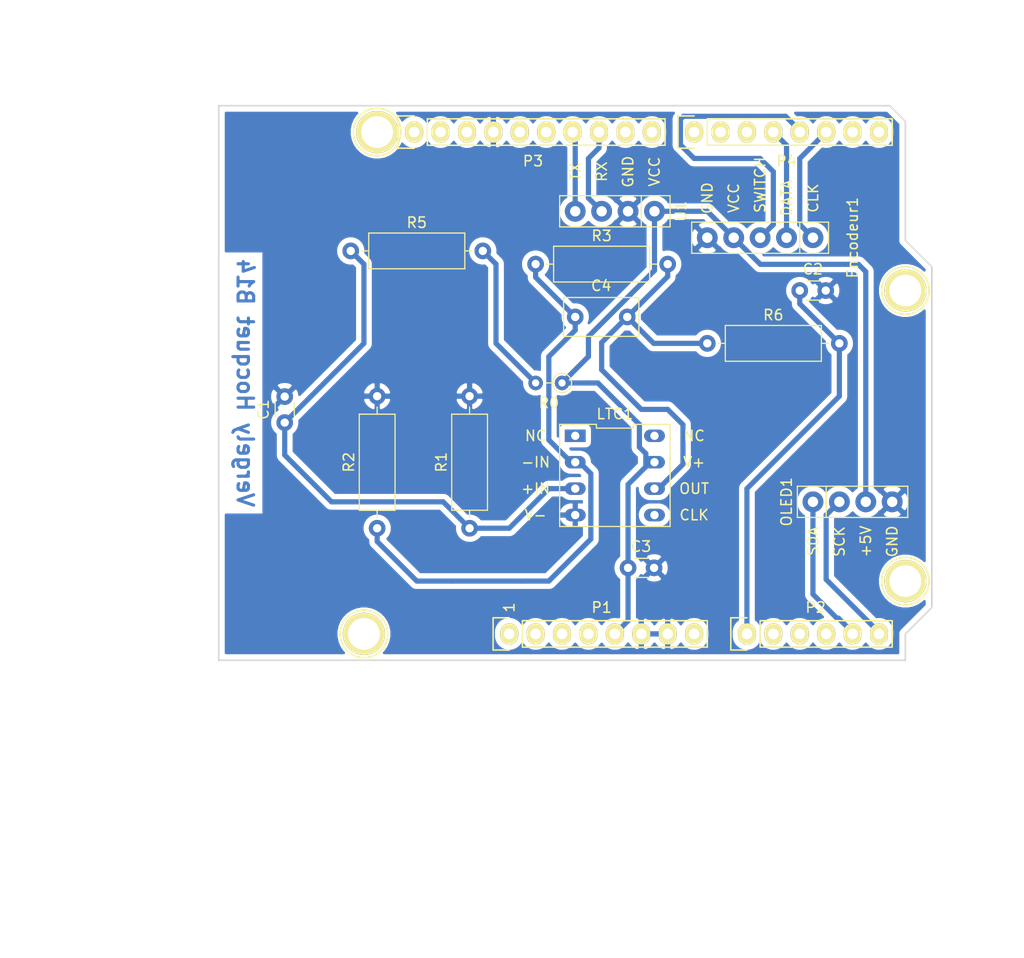
<source format=kicad_pcb>
(kicad_pcb (version 20171130) (host pcbnew "(5.1.2)-2")

  (general
    (thickness 1.6)
    (drawings 28)
    (tracks 108)
    (zones 0)
    (modules 22)
    (nets 42)
  )

  (page A4)
  (title_block
    (title "Shield arduino uno")
    (date "lun. 30 mars 2015")
    (comment 1 "HOCQUET VERGELY")
    (comment 2 "4A GP TD2")
  )

  (layers
    (0 F.Cu signal)
    (31 B.Cu signal)
    (32 B.Adhes user)
    (33 F.Adhes user)
    (34 B.Paste user)
    (35 F.Paste user)
    (36 B.SilkS user)
    (37 F.SilkS user)
    (38 B.Mask user)
    (39 F.Mask user)
    (40 Dwgs.User user)
    (41 Cmts.User user)
    (42 Eco1.User user)
    (43 Eco2.User user)
    (44 Edge.Cuts user)
    (45 Margin user)
    (46 B.CrtYd user)
    (47 F.CrtYd user)
    (48 B.Fab user)
    (49 F.Fab user)
  )

  (setup
    (last_trace_width 0.5)
    (trace_clearance 0.5)
    (zone_clearance 0.508)
    (zone_45_only no)
    (trace_min 0.2)
    (via_size 0.6)
    (via_drill 0.4)
    (via_min_size 0.4)
    (via_min_drill 0.3)
    (uvia_size 0.3)
    (uvia_drill 0.1)
    (uvias_allowed no)
    (uvia_min_size 0.2)
    (uvia_min_drill 0.1)
    (edge_width 0.15)
    (segment_width 0.15)
    (pcb_text_width 0.3)
    (pcb_text_size 1.5 1.5)
    (mod_edge_width 0.15)
    (mod_text_size 1 1)
    (mod_text_width 0.15)
    (pad_size 2 2)
    (pad_drill 1)
    (pad_to_mask_clearance 0)
    (aux_axis_origin 110.998 126.365)
    (grid_origin 110.998 126.365)
    (visible_elements 7FFFFFFF)
    (pcbplotparams
      (layerselection 0x00000_fffffffe)
      (usegerberextensions false)
      (usegerberattributes false)
      (usegerberadvancedattributes false)
      (creategerberjobfile false)
      (excludeedgelayer true)
      (linewidth 0.100000)
      (plotframeref false)
      (viasonmask false)
      (mode 1)
      (useauxorigin false)
      (hpglpennumber 1)
      (hpglpenspeed 20)
      (hpglpendiameter 15.000000)
      (psnegative false)
      (psa4output false)
      (plotreference true)
      (plotvalue true)
      (plotinvisibletext false)
      (padsonsilk false)
      (subtractmaskfromsilk false)
      (outputformat 1)
      (mirror false)
      (drillshape 0)
      (scaleselection 1)
      (outputdirectory "../../../Nouveau dossier/"))
  )

  (net 0 "")
  (net 1 /IOREF)
  (net 2 /Reset)
  (net 3 +5V)
  (net 4 GND)
  (net 5 /Vin)
  (net 6 /A1)
  (net 7 /A2)
  (net 8 /A3)
  (net 9 /AREF)
  (net 10 "/9(**)")
  (net 11 /8)
  (net 12 /7)
  (net 13 "/6(**)")
  (net 14 "/5(**)")
  (net 15 "/1(Tx)")
  (net 16 "/0(Rx)")
  (net 17 "Net-(P5-Pad1)")
  (net 18 "Net-(P6-Pad1)")
  (net 19 "Net-(P7-Pad1)")
  (net 20 "Net-(P8-Pad1)")
  (net 21 "/13(SCK)")
  (net 22 "Net-(P1-Pad1)")
  (net 23 "/12(MISO)")
  (net 24 "Net-(C1-Pad1)")
  (net 25 ADC)
  (net 26 "Net-(C4-Pad2)")
  (net 27 "Net-(C4-Pad1)")
  (net 28 SWITCH)
  (net 29 DATA)
  (net 30 CLK)
  (net 31 "Net-(LTC1-Pad5)")
  (net 32 "Net-(LTC1-Pad1)")
  (net 33 "Net-(LTC1-Pad8)")
  (net 34 SCK)
  (net 35 SDA)
  (net 36 "Net-(P1-Pad4)")
  (net 37 TX)
  (net 38 RX)
  (net 39 "Net-(R0-Pad2)")
  (net 40 "Net-(P3-Pad1)")
  (net 41 "Net-(P3-Pad2)")

  (net_class Default "This is the default net class."
    (clearance 0.5)
    (trace_width 0.5)
    (via_dia 0.6)
    (via_drill 0.4)
    (uvia_dia 0.3)
    (uvia_drill 0.1)
    (add_net +5V)
    (add_net "/0(Rx)")
    (add_net "/1(Tx)")
    (add_net "/12(MISO)")
    (add_net "/13(SCK)")
    (add_net "/5(**)")
    (add_net "/6(**)")
    (add_net /7)
    (add_net /8)
    (add_net "/9(**)")
    (add_net /A1)
    (add_net /A2)
    (add_net /A3)
    (add_net /AREF)
    (add_net /IOREF)
    (add_net /Reset)
    (add_net /Vin)
    (add_net ADC)
    (add_net CLK)
    (add_net DATA)
    (add_net GND)
    (add_net "Net-(C1-Pad1)")
    (add_net "Net-(C4-Pad1)")
    (add_net "Net-(C4-Pad2)")
    (add_net "Net-(LTC1-Pad1)")
    (add_net "Net-(LTC1-Pad5)")
    (add_net "Net-(LTC1-Pad8)")
    (add_net "Net-(P1-Pad1)")
    (add_net "Net-(P1-Pad4)")
    (add_net "Net-(P3-Pad1)")
    (add_net "Net-(P3-Pad2)")
    (add_net "Net-(P5-Pad1)")
    (add_net "Net-(P6-Pad1)")
    (add_net "Net-(P7-Pad1)")
    (add_net "Net-(P8-Pad1)")
    (add_net "Net-(R0-Pad2)")
    (add_net RX)
    (add_net SCK)
    (add_net SDA)
    (add_net SWITCH)
    (add_net TX)
  )

  (module Capacitor_THT:C_Rect_L7.0mm_W3.5mm_P5.00mm (layer F.Cu) (tedit 5AE50EF0) (tstamp 60425804)
    (at 145.288 93.345)
    (descr "C, Rect series, Radial, pin pitch=5.00mm, , length*width=7*3.5mm^2, Capacitor")
    (tags "C Rect series Radial pin pitch 5.00mm  length 7mm width 3.5mm Capacitor")
    (path /6039F38D)
    (fp_text reference C4 (at 2.5 -3) (layer F.SilkS)
      (effects (font (size 1 1) (thickness 0.15)))
    )
    (fp_text value 1µ (at 2.5 3) (layer F.Fab)
      (effects (font (size 1 1) (thickness 0.15)))
    )
    (fp_text user %R (at 2.5 0) (layer F.Fab)
      (effects (font (size 1 1) (thickness 0.15)))
    )
    (fp_line (start 6.25 -2) (end -1.25 -2) (layer F.CrtYd) (width 0.05))
    (fp_line (start 6.25 2) (end 6.25 -2) (layer F.CrtYd) (width 0.05))
    (fp_line (start -1.25 2) (end 6.25 2) (layer F.CrtYd) (width 0.05))
    (fp_line (start -1.25 -2) (end -1.25 2) (layer F.CrtYd) (width 0.05))
    (fp_line (start 6.12 -1.87) (end 6.12 1.87) (layer F.SilkS) (width 0.12))
    (fp_line (start -1.12 -1.87) (end -1.12 1.87) (layer F.SilkS) (width 0.12))
    (fp_line (start -1.12 1.87) (end 6.12 1.87) (layer F.SilkS) (width 0.12))
    (fp_line (start -1.12 -1.87) (end 6.12 -1.87) (layer F.SilkS) (width 0.12))
    (fp_line (start 6 -1.75) (end -1 -1.75) (layer F.Fab) (width 0.1))
    (fp_line (start 6 1.75) (end 6 -1.75) (layer F.Fab) (width 0.1))
    (fp_line (start -1 1.75) (end 6 1.75) (layer F.Fab) (width 0.1))
    (fp_line (start -1 -1.75) (end -1 1.75) (layer F.Fab) (width 0.1))
    (pad 2 thru_hole circle (at 5 0) (size 1.6 1.6) (drill 0.8) (layers *.Cu *.Mask)
      (net 26 "Net-(C4-Pad2)"))
    (pad 1 thru_hole circle (at 0 0) (size 1.6 1.6) (drill 0.8) (layers *.Cu *.Mask)
      (net 27 "Net-(C4-Pad1)"))
    (model ${KISYS3DMOD}/Capacitor_THT.3dshapes/C_Rect_L7.0mm_W3.5mm_P5.00mm.wrl
      (at (xyz 0 0 0))
      (scale (xyz 1 1 1))
      (rotate (xyz 0 0 0))
    )
  )

  (module Resistor_THT:R_Axial_DIN0204_L3.6mm_D1.6mm_P2.54mm_Vertical (layer F.Cu) (tedit 5AE5139B) (tstamp 60425937)
    (at 144.018 99.695 180)
    (descr "Resistor, Axial_DIN0204 series, Axial, Vertical, pin pitch=2.54mm, 0.167W, length*diameter=3.6*1.6mm^2, http://cdn-reichelt.de/documents/datenblatt/B400/1_4W%23YAG.pdf")
    (tags "Resistor Axial_DIN0204 series Axial Vertical pin pitch 2.54mm 0.167W length 3.6mm diameter 1.6mm")
    (path /604F616E)
    (fp_text reference R0 (at 1.27 -1.92) (layer F.SilkS)
      (effects (font (size 1 1) (thickness 0.15)))
    )
    (fp_text value Rsensor (at 1.27 1.92) (layer F.Fab)
      (effects (font (size 1 1) (thickness 0.15)))
    )
    (fp_text user %R (at 1.27 -1.92) (layer F.Fab)
      (effects (font (size 1 1) (thickness 0.15)))
    )
    (fp_line (start 3.49 -1.05) (end -1.05 -1.05) (layer F.CrtYd) (width 0.05))
    (fp_line (start 3.49 1.05) (end 3.49 -1.05) (layer F.CrtYd) (width 0.05))
    (fp_line (start -1.05 1.05) (end 3.49 1.05) (layer F.CrtYd) (width 0.05))
    (fp_line (start -1.05 -1.05) (end -1.05 1.05) (layer F.CrtYd) (width 0.05))
    (fp_line (start 0.92 0) (end 1.54 0) (layer F.SilkS) (width 0.12))
    (fp_line (start 0 0) (end 2.54 0) (layer F.Fab) (width 0.1))
    (fp_circle (center 0 0) (end 0.92 0) (layer F.SilkS) (width 0.12))
    (fp_circle (center 0 0) (end 0.8 0) (layer F.Fab) (width 0.1))
    (pad 2 thru_hole oval (at 2.54 0 180) (size 1.4 1.4) (drill 0.7) (layers *.Cu *.Mask)
      (net 39 "Net-(R0-Pad2)"))
    (pad 1 thru_hole circle (at 0 0 180) (size 1.4 1.4) (drill 0.7) (layers *.Cu *.Mask)
      (net 3 +5V))
    (model ${KISYS3DMOD}/Resistor_THT.3dshapes/R_Axial_DIN0204_L3.6mm_D1.6mm_P2.54mm_Vertical.wrl
      (at (xyz 0 0 0))
      (scale (xyz 1 1 1))
      (rotate (xyz 0 0 0))
    )
  )

  (module projet:DIP-8_300_ELL (layer F.Cu) (tedit 60420AC4) (tstamp 6042583B)
    (at 149.098 108.585 270)
    (path /603A808A)
    (fp_text reference LTC1 (at -5.91 0) (layer F.SilkS)
      (effects (font (size 1 1) (thickness 0.15)))
    )
    (fp_text value LTC1050 (at 0 0 90) (layer F.Fab)
      (effects (font (size 1 1) (thickness 0.15)))
    )
    (fp_text user CLK (at 3.81 -7.62) (layer F.SilkS)
      (effects (font (size 1 1) (thickness 0.15)))
    )
    (fp_text user OUT (at 1.27 -7.62) (layer F.SilkS)
      (effects (font (size 1 1) (thickness 0.15)))
    )
    (fp_text user V+ (at -1.27 -7.62) (layer F.SilkS)
      (effects (font (size 1 1) (thickness 0.15)))
    )
    (fp_text user NC (at -3.81 -7.62) (layer F.SilkS)
      (effects (font (size 1 1) (thickness 0.15)))
    )
    (fp_text user V- (at 3.81 7.62) (layer F.SilkS)
      (effects (font (size 1 1) (thickness 0.15)))
    )
    (fp_text user +IN (at 1.27 7.62) (layer F.SilkS)
      (effects (font (size 1 1) (thickness 0.15)))
    )
    (fp_text user -IN (at -1.27 7.62) (layer F.SilkS)
      (effects (font (size 1 1) (thickness 0.15)))
    )
    (fp_text user NC (at -3.81 7.62) (layer F.SilkS)
      (effects (font (size 1 1) (thickness 0.15)))
    )
    (fp_line (start -4.66 5.06) (end -4.66 -5.06) (layer F.CrtYd) (width 0.05))
    (fp_line (start 4.66 5.06) (end -4.66 5.06) (layer F.CrtYd) (width 0.05))
    (fp_line (start 4.66 -5.06) (end 4.66 5.06) (layer F.CrtYd) (width 0.05))
    (fp_line (start -4.66 -5.06) (end 4.66 -5.06) (layer F.CrtYd) (width 0.05))
    (fp_line (start -4.91 1.769999) (end -4.91 5.31) (layer F.SilkS) (width 0.12))
    (fp_line (start -4.55 1.769999) (end -4.91 1.769999) (layer F.SilkS) (width 0.12))
    (fp_line (start -4.55 -1.77) (end -4.55 1.769999) (layer F.SilkS) (width 0.12))
    (fp_line (start -4.91 -1.77) (end -4.55 -1.77) (layer F.SilkS) (width 0.12))
    (fp_line (start -4.91 -5.31) (end -4.91 -1.77) (layer F.SilkS) (width 0.12))
    (fp_line (start 4.91 -5.31) (end -4.91 -5.31) (layer F.SilkS) (width 0.12))
    (fp_line (start 4.91 5.31) (end 4.91 -5.31) (layer F.SilkS) (width 0.12))
    (fp_line (start -4.91 5.31) (end 4.91 5.31) (layer F.SilkS) (width 0.12))
    (pad 4 thru_hole oval (at 3.81 3.81 270) (size 1.2 2) (drill 0.8) (layers *.Cu *.Mask)
      (net 4 GND))
    (pad 5 thru_hole oval (at 3.81 -3.81 270) (size 1.2 2) (drill 0.8) (layers *.Cu *.Mask)
      (net 31 "Net-(LTC1-Pad5)"))
    (pad 3 thru_hole oval (at 1.27 3.81 270) (size 1.2 2) (drill 0.8) (layers *.Cu *.Mask)
      (net 24 "Net-(C1-Pad1)"))
    (pad 6 thru_hole oval (at 1.27 -3.81 270) (size 1.2 2) (drill 0.8) (layers *.Cu *.Mask)
      (net 26 "Net-(C4-Pad2)"))
    (pad 2 thru_hole oval (at -1.27 3.81 270) (size 1.2 2) (drill 0.8) (layers *.Cu *.Mask)
      (net 27 "Net-(C4-Pad1)"))
    (pad 7 thru_hole oval (at -1.27 -3.81 270) (size 1.2 2) (drill 0.8) (layers *.Cu *.Mask)
      (net 3 +5V))
    (pad 1 thru_hole rect (at -3.81 3.81 270) (size 1.2 2) (drill 0.8) (layers *.Cu *.Mask)
      (net 32 "Net-(LTC1-Pad1)"))
    (pad 8 thru_hole oval (at -3.81 -3.81 270) (size 1.2 2) (drill 0.8) (layers *.Cu *.Mask)
      (net 33 "Net-(LTC1-Pad8)"))
  )

  (module Capacitor_THT:C_Disc_D3.0mm_W1.6mm_P2.50mm (layer F.Cu) (tedit 5AE50EF0) (tstamp 604257E0)
    (at 166.878 90.805)
    (descr "C, Disc series, Radial, pin pitch=2.50mm, , diameter*width=3.0*1.6mm^2, Capacitor, http://www.vishay.com/docs/45233/krseries.pdf")
    (tags "C Disc series Radial pin pitch 2.50mm  diameter 3.0mm width 1.6mm Capacitor")
    (path /6039E369)
    (fp_text reference C2 (at 1.25 -2.05) (layer F.SilkS)
      (effects (font (size 1 1) (thickness 0.15)))
    )
    (fp_text value 100n (at 1.25 2.05) (layer F.Fab)
      (effects (font (size 1 1) (thickness 0.15)))
    )
    (fp_text user %R (at 1.25 0) (layer F.Fab)
      (effects (font (size 0.6 0.6) (thickness 0.09)))
    )
    (fp_line (start 3.55 -1.05) (end -1.05 -1.05) (layer F.CrtYd) (width 0.05))
    (fp_line (start 3.55 1.05) (end 3.55 -1.05) (layer F.CrtYd) (width 0.05))
    (fp_line (start -1.05 1.05) (end 3.55 1.05) (layer F.CrtYd) (width 0.05))
    (fp_line (start -1.05 -1.05) (end -1.05 1.05) (layer F.CrtYd) (width 0.05))
    (fp_line (start 0.621 0.92) (end 1.879 0.92) (layer F.SilkS) (width 0.12))
    (fp_line (start 0.621 -0.92) (end 1.879 -0.92) (layer F.SilkS) (width 0.12))
    (fp_line (start 2.75 -0.8) (end -0.25 -0.8) (layer F.Fab) (width 0.1))
    (fp_line (start 2.75 0.8) (end 2.75 -0.8) (layer F.Fab) (width 0.1))
    (fp_line (start -0.25 0.8) (end 2.75 0.8) (layer F.Fab) (width 0.1))
    (fp_line (start -0.25 -0.8) (end -0.25 0.8) (layer F.Fab) (width 0.1))
    (pad 2 thru_hole circle (at 2.5 0) (size 1.6 1.6) (drill 0.8) (layers *.Cu *.Mask)
      (net 4 GND))
    (pad 1 thru_hole circle (at 0 0) (size 1.6 1.6) (drill 0.8) (layers *.Cu *.Mask)
      (net 25 ADC))
    (model ${KISYS3DMOD}/Capacitor_THT.3dshapes/C_Disc_D3.0mm_W1.6mm_P2.50mm.wrl
      (at (xyz 0 0 0))
      (scale (xyz 1 1 1))
      (rotate (xyz 0 0 0))
    )
  )

  (module projet:Encodeur (layer F.Cu) (tedit 605B0714) (tstamp 6042581B)
    (at 163.068 85.725 180)
    (path /604863D2)
    (fp_text reference Encodeur1 (at -8.89 0 90) (layer F.SilkS)
      (effects (font (size 1 1) (thickness 0.15)))
    )
    (fp_text value KY-04D (at 0 -2.5) (layer F.Fab)
      (effects (font (size 1 1) (thickness 0.15)))
    )
    (fp_text user GND (at 5.08 3.81 90) (layer F.SilkS)
      (effects (font (size 1 1) (thickness 0.15)))
    )
    (fp_text user VCC (at 2.54 3.81 90) (layer F.SilkS)
      (effects (font (size 1 1) (thickness 0.15)))
    )
    (fp_text user SWITCH (at 0 5.08 90) (layer F.SilkS)
      (effects (font (size 1 1) (thickness 0.15)))
    )
    (fp_text user DATA (at -2.54 3.81 90) (layer F.SilkS)
      (effects (font (size 1 1) (thickness 0.15)))
    )
    (fp_text user CLK (at -5.08 3.81 90) (layer F.SilkS)
      (effects (font (size 1 1) (thickness 0.15)))
    )
    (fp_line (start -6.33 1.25) (end -6.33 -1.25) (layer F.CrtYd) (width 0.05))
    (fp_line (start 6.33 1.25) (end -6.33 1.25) (layer F.CrtYd) (width 0.05))
    (fp_line (start 6.33 -1.25) (end 6.33 1.25) (layer F.CrtYd) (width 0.05))
    (fp_line (start -6.33 -1.25) (end 6.33 -1.25) (layer F.CrtYd) (width 0.05))
    (fp_line (start -3.81 -1.5) (end -3.81 1.5) (layer F.SilkS) (width 0.12))
    (fp_line (start -6.58 1.5) (end -6.58 -1.5) (layer F.SilkS) (width 0.12))
    (fp_line (start 6.58 1.5) (end -6.58 1.5) (layer F.SilkS) (width 0.12))
    (fp_line (start 6.58 -1.5) (end 6.58 1.5) (layer F.SilkS) (width 0.12))
    (fp_line (start -6.58 -1.5) (end 6.58 -1.5) (layer F.SilkS) (width 0.12))
    (pad 5 thru_hole oval (at 5.08 0 180) (size 2 2) (drill oval 1) (layers *.Cu *.Mask)
      (net 4 GND))
    (pad 4 thru_hole oval (at 2.54 0 180) (size 2 2) (drill oval 1) (layers *.Cu *.Mask)
      (net 3 +5V))
    (pad 3 thru_hole oval (at 0 0 180) (size 2 2) (drill oval 1) (layers *.Cu *.Mask)
      (net 28 SWITCH))
    (pad 2 thru_hole oval (at -2.54 0 180) (size 2 2) (drill oval 1) (layers *.Cu *.Mask)
      (net 29 DATA))
    (pad 1 thru_hole oval (at -5.08 0 180) (size 2 2) (drill oval 1) (layers *.Cu *.Mask B.Adhes)
      (net 30 CLK))
  )

  (module projet:OLED (layer F.Cu) (tedit 605B0752) (tstamp 60425850)
    (at 171.958 111.125)
    (path /60486C53)
    (fp_text reference OLED1 (at -6.35 0 90) (layer F.SilkS)
      (effects (font (size 1 1) (thickness 0.15)))
    )
    (fp_text value OLED_091 (at 0 -2.5) (layer F.Fab)
      (effects (font (size 1 1) (thickness 0.15)))
    )
    (fp_text user GND (at 3.81 3.81 90) (layer F.SilkS)
      (effects (font (size 1 1) (thickness 0.15)))
    )
    (fp_text user +5V (at 1.27 3.81 90) (layer F.SilkS)
      (effects (font (size 1 1) (thickness 0.15)))
    )
    (fp_text user SCK (at -1.27 3.81 90) (layer F.SilkS)
      (effects (font (size 1 1) (thickness 0.15)))
    )
    (fp_text user SDA (at -3.81 3.81 90) (layer F.SilkS)
      (effects (font (size 1 1) (thickness 0.15)))
    )
    (fp_line (start -5.06 1.25) (end -5.06 -1.25) (layer F.CrtYd) (width 0.05))
    (fp_line (start 5.06 1.25) (end -5.06 1.25) (layer F.CrtYd) (width 0.05))
    (fp_line (start 5.06 -1.25) (end 5.06 1.25) (layer F.CrtYd) (width 0.05))
    (fp_line (start -5.06 -1.25) (end 5.06 -1.25) (layer F.CrtYd) (width 0.05))
    (fp_line (start -2.54 -1.5) (end -2.54 1.5) (layer F.SilkS) (width 0.12))
    (fp_line (start -5.31 1.5) (end -5.31 -1.5) (layer F.SilkS) (width 0.12))
    (fp_line (start 5.31 1.5) (end -5.31 1.5) (layer F.SilkS) (width 0.12))
    (fp_line (start 5.31 -1.5) (end 5.31 1.5) (layer F.SilkS) (width 0.12))
    (fp_line (start -5.31 -1.5) (end 5.31 -1.5) (layer F.SilkS) (width 0.12))
    (pad 4 thru_hole oval (at 3.81 0) (size 2 2) (drill oval 1) (layers *.Cu *.Mask)
      (net 4 GND))
    (pad 3 thru_hole oval (at 1.27 0) (size 2 2) (drill oval 1) (layers *.Cu *.Mask)
      (net 3 +5V))
    (pad 2 thru_hole oval (at -1.27 0) (size 2 2) (drill oval 1) (layers *.Cu *.Mask)
      (net 34 SCK))
    (pad 1 thru_hole oval (at -3.81 0) (size 2 2) (drill oval 1) (layers *.Cu *.Mask)
      (net 35 SDA))
  )

  (module projet:Bluetooth_HC-05 (layer F.Cu) (tedit 605B06E5) (tstamp 604259BF)
    (at 149.098 83.185 180)
    (path /60485C76)
    (fp_text reference U1 (at -6.35 0 90) (layer F.SilkS)
      (effects (font (size 1 1) (thickness 0.15)))
    )
    (fp_text value Bluetooth_HC-05 (at 0 -2.5) (layer F.Fab)
      (effects (font (size 1 1) (thickness 0.15)))
    )
    (fp_text user TX (at 3.81 3.81 90) (layer F.SilkS)
      (effects (font (size 1 1) (thickness 0.15)))
    )
    (fp_text user RX (at 1.27 3.81 90) (layer F.SilkS)
      (effects (font (size 1 1) (thickness 0.15)))
    )
    (fp_text user GND (at -1.27 3.81 90) (layer F.SilkS)
      (effects (font (size 1 1) (thickness 0.15)))
    )
    (fp_text user VCC (at -3.81 3.81 90) (layer F.SilkS)
      (effects (font (size 1 1) (thickness 0.15)))
    )
    (fp_line (start -5.06 1.25) (end -5.06 -1.25) (layer F.CrtYd) (width 0.05))
    (fp_line (start 5.06 1.25) (end -5.06 1.25) (layer F.CrtYd) (width 0.05))
    (fp_line (start 5.06 -1.25) (end 5.06 1.25) (layer F.CrtYd) (width 0.05))
    (fp_line (start -5.06 -1.25) (end 5.06 -1.25) (layer F.CrtYd) (width 0.05))
    (fp_line (start -2.54 -1.5) (end -2.54 1.5) (layer F.SilkS) (width 0.12))
    (fp_line (start -5.31 1.5) (end -5.31 -1.5) (layer F.SilkS) (width 0.12))
    (fp_line (start 5.31 1.5) (end -5.31 1.5) (layer F.SilkS) (width 0.12))
    (fp_line (start 5.31 -1.5) (end 5.31 1.5) (layer F.SilkS) (width 0.12))
    (fp_line (start -5.31 -1.5) (end 5.31 -1.5) (layer F.SilkS) (width 0.12))
    (pad 4 thru_hole oval (at 3.81 0 180) (size 2 2) (drill oval 1) (layers *.Cu *.Mask)
      (net 37 TX))
    (pad 3 thru_hole oval (at 1.27 0 180) (size 2 2) (drill oval 1) (layers *.Cu *.Mask)
      (net 38 RX))
    (pad 2 thru_hole oval (at -1.27 0 180) (size 2 2) (drill oval 1) (layers *.Cu *.Mask)
      (net 4 GND))
    (pad 1 thru_hole oval (at -3.81 0 180) (size 2 2) (drill oval 1) (layers *.Cu *.Mask)
      (net 3 +5V))
  )

  (module Resistor_THT:R_Axial_DIN0309_L9.0mm_D3.2mm_P12.70mm_Horizontal (layer F.Cu) (tedit 5AE5139B) (tstamp 604259AA)
    (at 157.988 95.885)
    (descr "Resistor, Axial_DIN0309 series, Axial, Horizontal, pin pitch=12.7mm, 0.5W = 1/2W, length*diameter=9*3.2mm^2, http://cdn-reichelt.de/documents/datenblatt/B400/1_4W%23YAG.pdf")
    (tags "Resistor Axial_DIN0309 series Axial Horizontal pin pitch 12.7mm 0.5W = 1/2W length 9mm diameter 3.2mm")
    (path /60396F21)
    (fp_text reference R6 (at 6.35 -2.72) (layer F.SilkS)
      (effects (font (size 1 1) (thickness 0.15)))
    )
    (fp_text value 1k (at 6.35 2.72) (layer F.Fab)
      (effects (font (size 1 1) (thickness 0.15)))
    )
    (fp_text user %R (at 6.35 0) (layer F.Fab)
      (effects (font (size 1 1) (thickness 0.15)))
    )
    (fp_line (start 13.75 -1.85) (end -1.05 -1.85) (layer F.CrtYd) (width 0.05))
    (fp_line (start 13.75 1.85) (end 13.75 -1.85) (layer F.CrtYd) (width 0.05))
    (fp_line (start -1.05 1.85) (end 13.75 1.85) (layer F.CrtYd) (width 0.05))
    (fp_line (start -1.05 -1.85) (end -1.05 1.85) (layer F.CrtYd) (width 0.05))
    (fp_line (start 11.66 0) (end 10.97 0) (layer F.SilkS) (width 0.12))
    (fp_line (start 1.04 0) (end 1.73 0) (layer F.SilkS) (width 0.12))
    (fp_line (start 10.97 -1.72) (end 1.73 -1.72) (layer F.SilkS) (width 0.12))
    (fp_line (start 10.97 1.72) (end 10.97 -1.72) (layer F.SilkS) (width 0.12))
    (fp_line (start 1.73 1.72) (end 10.97 1.72) (layer F.SilkS) (width 0.12))
    (fp_line (start 1.73 -1.72) (end 1.73 1.72) (layer F.SilkS) (width 0.12))
    (fp_line (start 12.7 0) (end 10.85 0) (layer F.Fab) (width 0.1))
    (fp_line (start 0 0) (end 1.85 0) (layer F.Fab) (width 0.1))
    (fp_line (start 10.85 -1.6) (end 1.85 -1.6) (layer F.Fab) (width 0.1))
    (fp_line (start 10.85 1.6) (end 10.85 -1.6) (layer F.Fab) (width 0.1))
    (fp_line (start 1.85 1.6) (end 10.85 1.6) (layer F.Fab) (width 0.1))
    (fp_line (start 1.85 -1.6) (end 1.85 1.6) (layer F.Fab) (width 0.1))
    (pad 2 thru_hole oval (at 12.7 0) (size 1.6 1.6) (drill 0.8) (layers *.Cu *.Mask)
      (net 25 ADC))
    (pad 1 thru_hole circle (at 0 0) (size 1.6 1.6) (drill 0.8) (layers *.Cu *.Mask)
      (net 26 "Net-(C4-Pad2)"))
    (model ${KISYS3DMOD}/Resistor_THT.3dshapes/R_Axial_DIN0309_L9.0mm_D3.2mm_P12.70mm_Horizontal.wrl
      (at (xyz 0 0 0))
      (scale (xyz 1 1 1))
      (rotate (xyz 0 0 0))
    )
  )

  (module Resistor_THT:R_Axial_DIN0309_L9.0mm_D3.2mm_P12.70mm_Horizontal (layer F.Cu) (tedit 5AE5139B) (tstamp 60425993)
    (at 123.698 86.995)
    (descr "Resistor, Axial_DIN0309 series, Axial, Horizontal, pin pitch=12.7mm, 0.5W = 1/2W, length*diameter=9*3.2mm^2, http://cdn-reichelt.de/documents/datenblatt/B400/1_4W%23YAG.pdf")
    (tags "Resistor Axial_DIN0309 series Axial Horizontal pin pitch 12.7mm 0.5W = 1/2W length 9mm diameter 3.2mm")
    (path /60395523)
    (fp_text reference R5 (at 6.35 -2.72) (layer F.SilkS)
      (effects (font (size 1 1) (thickness 0.15)))
    )
    (fp_text value 10k (at 6.35 2.72) (layer F.Fab)
      (effects (font (size 1 1) (thickness 0.15)))
    )
    (fp_text user %R (at 6.35 0) (layer F.Fab)
      (effects (font (size 1 1) (thickness 0.15)))
    )
    (fp_line (start 13.75 -1.85) (end -1.05 -1.85) (layer F.CrtYd) (width 0.05))
    (fp_line (start 13.75 1.85) (end 13.75 -1.85) (layer F.CrtYd) (width 0.05))
    (fp_line (start -1.05 1.85) (end 13.75 1.85) (layer F.CrtYd) (width 0.05))
    (fp_line (start -1.05 -1.85) (end -1.05 1.85) (layer F.CrtYd) (width 0.05))
    (fp_line (start 11.66 0) (end 10.97 0) (layer F.SilkS) (width 0.12))
    (fp_line (start 1.04 0) (end 1.73 0) (layer F.SilkS) (width 0.12))
    (fp_line (start 10.97 -1.72) (end 1.73 -1.72) (layer F.SilkS) (width 0.12))
    (fp_line (start 10.97 1.72) (end 10.97 -1.72) (layer F.SilkS) (width 0.12))
    (fp_line (start 1.73 1.72) (end 10.97 1.72) (layer F.SilkS) (width 0.12))
    (fp_line (start 1.73 -1.72) (end 1.73 1.72) (layer F.SilkS) (width 0.12))
    (fp_line (start 12.7 0) (end 10.85 0) (layer F.Fab) (width 0.1))
    (fp_line (start 0 0) (end 1.85 0) (layer F.Fab) (width 0.1))
    (fp_line (start 10.85 -1.6) (end 1.85 -1.6) (layer F.Fab) (width 0.1))
    (fp_line (start 10.85 1.6) (end 10.85 -1.6) (layer F.Fab) (width 0.1))
    (fp_line (start 1.85 1.6) (end 10.85 1.6) (layer F.Fab) (width 0.1))
    (fp_line (start 1.85 -1.6) (end 1.85 1.6) (layer F.Fab) (width 0.1))
    (pad 2 thru_hole oval (at 12.7 0) (size 1.6 1.6) (drill 0.8) (layers *.Cu *.Mask)
      (net 39 "Net-(R0-Pad2)"))
    (pad 1 thru_hole circle (at 0 0) (size 1.6 1.6) (drill 0.8) (layers *.Cu *.Mask)
      (net 24 "Net-(C1-Pad1)"))
    (model ${KISYS3DMOD}/Resistor_THT.3dshapes/R_Axial_DIN0309_L9.0mm_D3.2mm_P12.70mm_Horizontal.wrl
      (at (xyz 0 0 0))
      (scale (xyz 1 1 1))
      (rotate (xyz 0 0 0))
    )
  )

  (module Resistor_THT:R_Axial_DIN0309_L9.0mm_D3.2mm_P12.70mm_Horizontal (layer F.Cu) (tedit 5AE5139B) (tstamp 6042597C)
    (at 141.478 88.265)
    (descr "Resistor, Axial_DIN0309 series, Axial, Horizontal, pin pitch=12.7mm, 0.5W = 1/2W, length*diameter=9*3.2mm^2, http://cdn-reichelt.de/documents/datenblatt/B400/1_4W%23YAG.pdf")
    (tags "Resistor Axial_DIN0309 series Axial Horizontal pin pitch 12.7mm 0.5W = 1/2W length 9mm diameter 3.2mm")
    (path /60395DF2)
    (fp_text reference R3 (at 6.35 -2.72) (layer F.SilkS)
      (effects (font (size 1 1) (thickness 0.15)))
    )
    (fp_text value 100k (at 6.35 2.72) (layer F.Fab)
      (effects (font (size 1 1) (thickness 0.15)))
    )
    (fp_text user %R (at 6.35 0) (layer F.Fab)
      (effects (font (size 1 1) (thickness 0.15)))
    )
    (fp_line (start 13.75 -1.85) (end -1.05 -1.85) (layer F.CrtYd) (width 0.05))
    (fp_line (start 13.75 1.85) (end 13.75 -1.85) (layer F.CrtYd) (width 0.05))
    (fp_line (start -1.05 1.85) (end 13.75 1.85) (layer F.CrtYd) (width 0.05))
    (fp_line (start -1.05 -1.85) (end -1.05 1.85) (layer F.CrtYd) (width 0.05))
    (fp_line (start 11.66 0) (end 10.97 0) (layer F.SilkS) (width 0.12))
    (fp_line (start 1.04 0) (end 1.73 0) (layer F.SilkS) (width 0.12))
    (fp_line (start 10.97 -1.72) (end 1.73 -1.72) (layer F.SilkS) (width 0.12))
    (fp_line (start 10.97 1.72) (end 10.97 -1.72) (layer F.SilkS) (width 0.12))
    (fp_line (start 1.73 1.72) (end 10.97 1.72) (layer F.SilkS) (width 0.12))
    (fp_line (start 1.73 -1.72) (end 1.73 1.72) (layer F.SilkS) (width 0.12))
    (fp_line (start 12.7 0) (end 10.85 0) (layer F.Fab) (width 0.1))
    (fp_line (start 0 0) (end 1.85 0) (layer F.Fab) (width 0.1))
    (fp_line (start 10.85 -1.6) (end 1.85 -1.6) (layer F.Fab) (width 0.1))
    (fp_line (start 10.85 1.6) (end 10.85 -1.6) (layer F.Fab) (width 0.1))
    (fp_line (start 1.85 1.6) (end 10.85 1.6) (layer F.Fab) (width 0.1))
    (fp_line (start 1.85 -1.6) (end 1.85 1.6) (layer F.Fab) (width 0.1))
    (pad 2 thru_hole oval (at 12.7 0) (size 1.6 1.6) (drill 0.8) (layers *.Cu *.Mask)
      (net 26 "Net-(C4-Pad2)"))
    (pad 1 thru_hole circle (at 0 0) (size 1.6 1.6) (drill 0.8) (layers *.Cu *.Mask)
      (net 27 "Net-(C4-Pad1)"))
    (model ${KISYS3DMOD}/Resistor_THT.3dshapes/R_Axial_DIN0309_L9.0mm_D3.2mm_P12.70mm_Horizontal.wrl
      (at (xyz 0 0 0))
      (scale (xyz 1 1 1))
      (rotate (xyz 0 0 0))
    )
  )

  (module Resistor_THT:R_Axial_DIN0309_L9.0mm_D3.2mm_P12.70mm_Horizontal (layer F.Cu) (tedit 5AE5139B) (tstamp 60425965)
    (at 126.238 113.665 90)
    (descr "Resistor, Axial_DIN0309 series, Axial, Horizontal, pin pitch=12.7mm, 0.5W = 1/2W, length*diameter=9*3.2mm^2, http://cdn-reichelt.de/documents/datenblatt/B400/1_4W%23YAG.pdf")
    (tags "Resistor Axial_DIN0309 series Axial Horizontal pin pitch 12.7mm 0.5W = 1/2W length 9mm diameter 3.2mm")
    (path /60394B45)
    (fp_text reference R2 (at 6.35 -2.72 90) (layer F.SilkS)
      (effects (font (size 1 1) (thickness 0.15)))
    )
    (fp_text value 1k (at 6.35 2.72 90) (layer F.Fab)
      (effects (font (size 1 1) (thickness 0.15)))
    )
    (fp_text user %R (at 6.35 0 90) (layer F.Fab)
      (effects (font (size 1 1) (thickness 0.15)))
    )
    (fp_line (start 13.75 -1.85) (end -1.05 -1.85) (layer F.CrtYd) (width 0.05))
    (fp_line (start 13.75 1.85) (end 13.75 -1.85) (layer F.CrtYd) (width 0.05))
    (fp_line (start -1.05 1.85) (end 13.75 1.85) (layer F.CrtYd) (width 0.05))
    (fp_line (start -1.05 -1.85) (end -1.05 1.85) (layer F.CrtYd) (width 0.05))
    (fp_line (start 11.66 0) (end 10.97 0) (layer F.SilkS) (width 0.12))
    (fp_line (start 1.04 0) (end 1.73 0) (layer F.SilkS) (width 0.12))
    (fp_line (start 10.97 -1.72) (end 1.73 -1.72) (layer F.SilkS) (width 0.12))
    (fp_line (start 10.97 1.72) (end 10.97 -1.72) (layer F.SilkS) (width 0.12))
    (fp_line (start 1.73 1.72) (end 10.97 1.72) (layer F.SilkS) (width 0.12))
    (fp_line (start 1.73 -1.72) (end 1.73 1.72) (layer F.SilkS) (width 0.12))
    (fp_line (start 12.7 0) (end 10.85 0) (layer F.Fab) (width 0.1))
    (fp_line (start 0 0) (end 1.85 0) (layer F.Fab) (width 0.1))
    (fp_line (start 10.85 -1.6) (end 1.85 -1.6) (layer F.Fab) (width 0.1))
    (fp_line (start 10.85 1.6) (end 10.85 -1.6) (layer F.Fab) (width 0.1))
    (fp_line (start 1.85 1.6) (end 10.85 1.6) (layer F.Fab) (width 0.1))
    (fp_line (start 1.85 -1.6) (end 1.85 1.6) (layer F.Fab) (width 0.1))
    (pad 2 thru_hole oval (at 12.7 0 90) (size 1.6 1.6) (drill 0.8) (layers *.Cu *.Mask)
      (net 4 GND))
    (pad 1 thru_hole circle (at 0 0 90) (size 1.6 1.6) (drill 0.8) (layers *.Cu *.Mask)
      (net 27 "Net-(C4-Pad1)"))
    (model ${KISYS3DMOD}/Resistor_THT.3dshapes/R_Axial_DIN0309_L9.0mm_D3.2mm_P12.70mm_Horizontal.wrl
      (at (xyz 0 0 0))
      (scale (xyz 1 1 1))
      (rotate (xyz 0 0 0))
    )
  )

  (module Resistor_THT:R_Axial_DIN0309_L9.0mm_D3.2mm_P12.70mm_Horizontal (layer F.Cu) (tedit 5AE5139B) (tstamp 6042594E)
    (at 135.128 113.665 90)
    (descr "Resistor, Axial_DIN0309 series, Axial, Horizontal, pin pitch=12.7mm, 0.5W = 1/2W, length*diameter=9*3.2mm^2, http://cdn-reichelt.de/documents/datenblatt/B400/1_4W%23YAG.pdf")
    (tags "Resistor Axial_DIN0309 series Axial Horizontal pin pitch 12.7mm 0.5W = 1/2W length 9mm diameter 3.2mm")
    (path /60393F85)
    (fp_text reference R1 (at 6.35 -2.72 90) (layer F.SilkS)
      (effects (font (size 1 1) (thickness 0.15)))
    )
    (fp_text value 100k (at 6.35 2.72 90) (layer F.Fab)
      (effects (font (size 1 1) (thickness 0.15)))
    )
    (fp_text user %R (at 6.35 0 90) (layer F.Fab)
      (effects (font (size 1 1) (thickness 0.15)))
    )
    (fp_line (start 13.75 -1.85) (end -1.05 -1.85) (layer F.CrtYd) (width 0.05))
    (fp_line (start 13.75 1.85) (end 13.75 -1.85) (layer F.CrtYd) (width 0.05))
    (fp_line (start -1.05 1.85) (end 13.75 1.85) (layer F.CrtYd) (width 0.05))
    (fp_line (start -1.05 -1.85) (end -1.05 1.85) (layer F.CrtYd) (width 0.05))
    (fp_line (start 11.66 0) (end 10.97 0) (layer F.SilkS) (width 0.12))
    (fp_line (start 1.04 0) (end 1.73 0) (layer F.SilkS) (width 0.12))
    (fp_line (start 10.97 -1.72) (end 1.73 -1.72) (layer F.SilkS) (width 0.12))
    (fp_line (start 10.97 1.72) (end 10.97 -1.72) (layer F.SilkS) (width 0.12))
    (fp_line (start 1.73 1.72) (end 10.97 1.72) (layer F.SilkS) (width 0.12))
    (fp_line (start 1.73 -1.72) (end 1.73 1.72) (layer F.SilkS) (width 0.12))
    (fp_line (start 12.7 0) (end 10.85 0) (layer F.Fab) (width 0.1))
    (fp_line (start 0 0) (end 1.85 0) (layer F.Fab) (width 0.1))
    (fp_line (start 10.85 -1.6) (end 1.85 -1.6) (layer F.Fab) (width 0.1))
    (fp_line (start 10.85 1.6) (end 10.85 -1.6) (layer F.Fab) (width 0.1))
    (fp_line (start 1.85 1.6) (end 10.85 1.6) (layer F.Fab) (width 0.1))
    (fp_line (start 1.85 -1.6) (end 1.85 1.6) (layer F.Fab) (width 0.1))
    (pad 2 thru_hole oval (at 12.7 0 90) (size 1.6 1.6) (drill 0.8) (layers *.Cu *.Mask)
      (net 4 GND))
    (pad 1 thru_hole circle (at 0 0 90) (size 1.6 1.6) (drill 0.8) (layers *.Cu *.Mask)
      (net 24 "Net-(C1-Pad1)"))
    (model ${KISYS3DMOD}/Resistor_THT.3dshapes/R_Axial_DIN0309_L9.0mm_D3.2mm_P12.70mm_Horizontal.wrl
      (at (xyz 0 0 0))
      (scale (xyz 1 1 1))
      (rotate (xyz 0 0 0))
    )
  )

  (module Capacitor_THT:C_Disc_D3.0mm_W1.6mm_P2.50mm (layer F.Cu) (tedit 5AE50EF0) (tstamp 604257F1)
    (at 150.368 117.475)
    (descr "C, Disc series, Radial, pin pitch=2.50mm, , diameter*width=3.0*1.6mm^2, Capacitor, http://www.vishay.com/docs/45233/krseries.pdf")
    (tags "C Disc series Radial pin pitch 2.50mm  diameter 3.0mm width 1.6mm Capacitor")
    (path /6039EB7B)
    (fp_text reference C3 (at 1.25 -2.05) (layer F.SilkS)
      (effects (font (size 1 1) (thickness 0.15)))
    )
    (fp_text value 100n (at 1.25 2.05) (layer F.Fab)
      (effects (font (size 1 1) (thickness 0.15)))
    )
    (fp_text user %R (at 1.25 0) (layer F.Fab)
      (effects (font (size 0.6 0.6) (thickness 0.09)))
    )
    (fp_line (start 3.55 -1.05) (end -1.05 -1.05) (layer F.CrtYd) (width 0.05))
    (fp_line (start 3.55 1.05) (end 3.55 -1.05) (layer F.CrtYd) (width 0.05))
    (fp_line (start -1.05 1.05) (end 3.55 1.05) (layer F.CrtYd) (width 0.05))
    (fp_line (start -1.05 -1.05) (end -1.05 1.05) (layer F.CrtYd) (width 0.05))
    (fp_line (start 0.621 0.92) (end 1.879 0.92) (layer F.SilkS) (width 0.12))
    (fp_line (start 0.621 -0.92) (end 1.879 -0.92) (layer F.SilkS) (width 0.12))
    (fp_line (start 2.75 -0.8) (end -0.25 -0.8) (layer F.Fab) (width 0.1))
    (fp_line (start 2.75 0.8) (end 2.75 -0.8) (layer F.Fab) (width 0.1))
    (fp_line (start -0.25 0.8) (end 2.75 0.8) (layer F.Fab) (width 0.1))
    (fp_line (start -0.25 -0.8) (end -0.25 0.8) (layer F.Fab) (width 0.1))
    (pad 2 thru_hole circle (at 2.5 0) (size 1.6 1.6) (drill 0.8) (layers *.Cu *.Mask)
      (net 4 GND))
    (pad 1 thru_hole circle (at 0 0) (size 1.6 1.6) (drill 0.8) (layers *.Cu *.Mask)
      (net 3 +5V))
    (model ${KISYS3DMOD}/Capacitor_THT.3dshapes/C_Disc_D3.0mm_W1.6mm_P2.50mm.wrl
      (at (xyz 0 0 0))
      (scale (xyz 1 1 1))
      (rotate (xyz 0 0 0))
    )
  )

  (module Capacitor_THT:C_Disc_D3.0mm_W1.6mm_P2.50mm (layer F.Cu) (tedit 5AE50EF0) (tstamp 604257CF)
    (at 117.348 103.505 90)
    (descr "C, Disc series, Radial, pin pitch=2.50mm, , diameter*width=3.0*1.6mm^2, Capacitor, http://www.vishay.com/docs/45233/krseries.pdf")
    (tags "C Disc series Radial pin pitch 2.50mm  diameter 3.0mm width 1.6mm Capacitor")
    (path /6039CB2F)
    (fp_text reference C1 (at 1.25 -2.05 90) (layer F.SilkS)
      (effects (font (size 1 1) (thickness 0.15)))
    )
    (fp_text value 100n (at 1.25 2.05 90) (layer F.Fab)
      (effects (font (size 1 1) (thickness 0.15)))
    )
    (fp_text user %R (at -1.27 -1.27 90) (layer F.Fab)
      (effects (font (size 0.6 0.6) (thickness 0.09)))
    )
    (fp_line (start 3.55 -1.05) (end -1.05 -1.05) (layer F.CrtYd) (width 0.05))
    (fp_line (start 3.55 1.05) (end 3.55 -1.05) (layer F.CrtYd) (width 0.05))
    (fp_line (start -1.05 1.05) (end 3.55 1.05) (layer F.CrtYd) (width 0.05))
    (fp_line (start -1.05 -1.05) (end -1.05 1.05) (layer F.CrtYd) (width 0.05))
    (fp_line (start 0.621 0.92) (end 1.879 0.92) (layer F.SilkS) (width 0.12))
    (fp_line (start 0.621 -0.92) (end 1.879 -0.92) (layer F.SilkS) (width 0.12))
    (fp_line (start 2.75 -0.8) (end -0.25 -0.8) (layer F.Fab) (width 0.1))
    (fp_line (start 2.75 0.8) (end 2.75 -0.8) (layer F.Fab) (width 0.1))
    (fp_line (start -0.25 0.8) (end 2.75 0.8) (layer F.Fab) (width 0.1))
    (fp_line (start -0.25 -0.8) (end -0.25 0.8) (layer F.Fab) (width 0.1))
    (pad 2 thru_hole circle (at 2.5 0 90) (size 1.6 1.6) (drill 0.8) (layers *.Cu *.Mask)
      (net 4 GND))
    (pad 1 thru_hole circle (at 0 0 90) (size 1.6 1.6) (drill 0.8) (layers *.Cu *.Mask)
      (net 24 "Net-(C1-Pad1)"))
    (model ${KISYS3DMOD}/Capacitor_THT.3dshapes/C_Disc_D3.0mm_W1.6mm_P2.50mm.wrl
      (at (xyz 0 0 0))
      (scale (xyz 1 1 1))
      (rotate (xyz 0 0 0))
    )
  )

  (module Socket_Arduino_Uno:Socket_Strip_Arduino_1x08 locked (layer F.Cu) (tedit 552168D2) (tstamp 551AF9EA)
    (at 138.938 123.825)
    (descr "Through hole socket strip")
    (tags "socket strip")
    (path /56D70129)
    (fp_text reference P1 (at 8.89 -2.54) (layer F.SilkS)
      (effects (font (size 1 1) (thickness 0.15)))
    )
    (fp_text value Power (at 8.89 -4.064) (layer F.Fab)
      (effects (font (size 1 1) (thickness 0.15)))
    )
    (fp_line (start -1.75 -1.75) (end -1.75 1.75) (layer F.CrtYd) (width 0.05))
    (fp_line (start 19.55 -1.75) (end 19.55 1.75) (layer F.CrtYd) (width 0.05))
    (fp_line (start -1.75 -1.75) (end 19.55 -1.75) (layer F.CrtYd) (width 0.05))
    (fp_line (start -1.75 1.75) (end 19.55 1.75) (layer F.CrtYd) (width 0.05))
    (fp_line (start 1.27 1.27) (end 19.05 1.27) (layer F.SilkS) (width 0.15))
    (fp_line (start 19.05 1.27) (end 19.05 -1.27) (layer F.SilkS) (width 0.15))
    (fp_line (start 19.05 -1.27) (end 1.27 -1.27) (layer F.SilkS) (width 0.15))
    (fp_line (start -1.55 1.55) (end 0 1.55) (layer F.SilkS) (width 0.15))
    (fp_line (start 1.27 1.27) (end 1.27 -1.27) (layer F.SilkS) (width 0.15))
    (fp_line (start 0 -1.55) (end -1.55 -1.55) (layer F.SilkS) (width 0.15))
    (fp_line (start -1.55 -1.55) (end -1.55 1.55) (layer F.SilkS) (width 0.15))
    (pad 1 thru_hole oval (at 0 0) (size 1.7272 2.032) (drill 1.016) (layers *.Cu *.Mask F.SilkS)
      (net 22 "Net-(P1-Pad1)"))
    (pad 2 thru_hole oval (at 2.54 0) (size 1.7272 2.032) (drill 1.016) (layers *.Cu *.Mask F.SilkS)
      (net 1 /IOREF))
    (pad 3 thru_hole oval (at 5.08 0) (size 1.7272 2.032) (drill 1.016) (layers *.Cu *.Mask F.SilkS)
      (net 2 /Reset))
    (pad 4 thru_hole oval (at 7.62 0) (size 1.7272 2.032) (drill 1.016) (layers *.Cu *.Mask F.SilkS)
      (net 36 "Net-(P1-Pad4)"))
    (pad 5 thru_hole oval (at 10.16 0) (size 1.7272 2.032) (drill 1.016) (layers *.Cu *.Mask F.SilkS)
      (net 3 +5V))
    (pad 6 thru_hole oval (at 12.7 0) (size 1.7272 2.032) (drill 1.016) (layers *.Cu *.Mask F.SilkS)
      (net 4 GND))
    (pad 7 thru_hole oval (at 15.24 0) (size 1.7272 2.032) (drill 1.016) (layers *.Cu *.Mask F.SilkS)
      (net 4 GND))
    (pad 8 thru_hole oval (at 17.78 0) (size 1.7272 2.032) (drill 1.016) (layers *.Cu *.Mask F.SilkS)
      (net 5 /Vin))
    (model ${KIPRJMOD}/Socket_Arduino_Uno.3dshapes/Socket_header_Arduino_1x08.wrl
      (offset (xyz 8.889999866485596 0 0))
      (scale (xyz 1 1 1))
      (rotate (xyz 0 0 180))
    )
  )

  (module Socket_Arduino_Uno:Socket_Strip_Arduino_1x06 locked (layer F.Cu) (tedit 552168D6) (tstamp 551AF9FF)
    (at 161.798 123.825)
    (descr "Through hole socket strip")
    (tags "socket strip")
    (path /56D70DD8)
    (fp_text reference P2 (at 6.604 -2.54) (layer F.SilkS)
      (effects (font (size 1 1) (thickness 0.15)))
    )
    (fp_text value Analog (at 6.604 -4.064) (layer F.Fab)
      (effects (font (size 1 1) (thickness 0.15)))
    )
    (fp_line (start -1.75 -1.75) (end -1.75 1.75) (layer F.CrtYd) (width 0.05))
    (fp_line (start 14.45 -1.75) (end 14.45 1.75) (layer F.CrtYd) (width 0.05))
    (fp_line (start -1.75 -1.75) (end 14.45 -1.75) (layer F.CrtYd) (width 0.05))
    (fp_line (start -1.75 1.75) (end 14.45 1.75) (layer F.CrtYd) (width 0.05))
    (fp_line (start 1.27 1.27) (end 13.97 1.27) (layer F.SilkS) (width 0.15))
    (fp_line (start 13.97 1.27) (end 13.97 -1.27) (layer F.SilkS) (width 0.15))
    (fp_line (start 13.97 -1.27) (end 1.27 -1.27) (layer F.SilkS) (width 0.15))
    (fp_line (start -1.55 1.55) (end 0 1.55) (layer F.SilkS) (width 0.15))
    (fp_line (start 1.27 1.27) (end 1.27 -1.27) (layer F.SilkS) (width 0.15))
    (fp_line (start 0 -1.55) (end -1.55 -1.55) (layer F.SilkS) (width 0.15))
    (fp_line (start -1.55 -1.55) (end -1.55 1.55) (layer F.SilkS) (width 0.15))
    (pad 1 thru_hole oval (at 0 0) (size 1.7272 2.032) (drill 1.016) (layers *.Cu *.Mask F.SilkS)
      (net 25 ADC))
    (pad 2 thru_hole oval (at 2.54 0) (size 1.7272 2.032) (drill 1.016) (layers *.Cu *.Mask F.SilkS)
      (net 6 /A1))
    (pad 3 thru_hole oval (at 5.08 0) (size 1.7272 2.032) (drill 1.016) (layers *.Cu *.Mask F.SilkS)
      (net 7 /A2))
    (pad 4 thru_hole oval (at 7.62 0) (size 1.7272 2.032) (drill 1.016) (layers *.Cu *.Mask F.SilkS)
      (net 8 /A3))
    (pad 5 thru_hole oval (at 10.16 0) (size 1.7272 2.032) (drill 1.016) (layers *.Cu *.Mask F.SilkS)
      (net 35 SDA))
    (pad 6 thru_hole oval (at 12.7 0) (size 1.7272 2.032) (drill 1.016) (layers *.Cu *.Mask F.SilkS)
      (net 34 SCK))
    (model ${KIPRJMOD}/Socket_Arduino_Uno.3dshapes/Socket_header_Arduino_1x06.wrl
      (offset (xyz 6.349999904632568 0 0))
      (scale (xyz 1 1 1))
      (rotate (xyz 0 0 180))
    )
  )

  (module Socket_Arduino_Uno:Socket_Strip_Arduino_1x10 locked (layer F.Cu) (tedit 552168BF) (tstamp 551AFA18)
    (at 129.794 75.565)
    (descr "Through hole socket strip")
    (tags "socket strip")
    (path /56D721E0)
    (fp_text reference P3 (at 11.43 2.794) (layer F.SilkS)
      (effects (font (size 1 1) (thickness 0.15)))
    )
    (fp_text value Digital (at 11.43 4.318) (layer F.Fab)
      (effects (font (size 1 1) (thickness 0.15)))
    )
    (fp_line (start -1.75 -1.75) (end -1.75 1.75) (layer F.CrtYd) (width 0.05))
    (fp_line (start 24.65 -1.75) (end 24.65 1.75) (layer F.CrtYd) (width 0.05))
    (fp_line (start -1.75 -1.75) (end 24.65 -1.75) (layer F.CrtYd) (width 0.05))
    (fp_line (start -1.75 1.75) (end 24.65 1.75) (layer F.CrtYd) (width 0.05))
    (fp_line (start 1.27 1.27) (end 24.13 1.27) (layer F.SilkS) (width 0.15))
    (fp_line (start 24.13 1.27) (end 24.13 -1.27) (layer F.SilkS) (width 0.15))
    (fp_line (start 24.13 -1.27) (end 1.27 -1.27) (layer F.SilkS) (width 0.15))
    (fp_line (start -1.55 1.55) (end 0 1.55) (layer F.SilkS) (width 0.15))
    (fp_line (start 1.27 1.27) (end 1.27 -1.27) (layer F.SilkS) (width 0.15))
    (fp_line (start 0 -1.55) (end -1.55 -1.55) (layer F.SilkS) (width 0.15))
    (fp_line (start -1.55 -1.55) (end -1.55 1.55) (layer F.SilkS) (width 0.15))
    (pad 1 thru_hole oval (at 0 0) (size 1.7272 2.032) (drill 1.016) (layers *.Cu *.Mask F.SilkS)
      (net 40 "Net-(P3-Pad1)"))
    (pad 2 thru_hole oval (at 2.54 0) (size 1.7272 2.032) (drill 1.016) (layers *.Cu *.Mask F.SilkS)
      (net 41 "Net-(P3-Pad2)"))
    (pad 3 thru_hole oval (at 5.08 0) (size 1.7272 2.032) (drill 1.016) (layers *.Cu *.Mask F.SilkS)
      (net 9 /AREF))
    (pad 4 thru_hole oval (at 7.62 0) (size 1.7272 2.032) (drill 1.016) (layers *.Cu *.Mask F.SilkS)
      (net 4 GND))
    (pad 5 thru_hole oval (at 10.16 0) (size 1.7272 2.032) (drill 1.016) (layers *.Cu *.Mask F.SilkS)
      (net 21 "/13(SCK)"))
    (pad 6 thru_hole oval (at 12.7 0) (size 1.7272 2.032) (drill 1.016) (layers *.Cu *.Mask F.SilkS)
      (net 23 "/12(MISO)"))
    (pad 7 thru_hole oval (at 15.24 0) (size 1.7272 2.032) (drill 1.016) (layers *.Cu *.Mask F.SilkS)
      (net 37 TX))
    (pad 8 thru_hole oval (at 17.78 0) (size 1.7272 2.032) (drill 1.016) (layers *.Cu *.Mask F.SilkS)
      (net 38 RX))
    (pad 9 thru_hole oval (at 20.32 0) (size 1.7272 2.032) (drill 1.016) (layers *.Cu *.Mask F.SilkS)
      (net 10 "/9(**)"))
    (pad 10 thru_hole oval (at 22.86 0) (size 1.7272 2.032) (drill 1.016) (layers *.Cu *.Mask F.SilkS)
      (net 11 /8))
    (model ${KIPRJMOD}/Socket_Arduino_Uno.3dshapes/Socket_header_Arduino_1x10.wrl
      (offset (xyz 11.42999982833862 0 0))
      (scale (xyz 1 1 1))
      (rotate (xyz 0 0 180))
    )
  )

  (module Socket_Arduino_Uno:Socket_Strip_Arduino_1x08 locked (layer F.Cu) (tedit 552168C7) (tstamp 551AFA2F)
    (at 156.718 75.565)
    (descr "Through hole socket strip")
    (tags "socket strip")
    (path /56D7164F)
    (fp_text reference P4 (at 8.89 2.794) (layer F.SilkS)
      (effects (font (size 1 1) (thickness 0.15)))
    )
    (fp_text value Digital (at 8.89 4.318) (layer F.Fab)
      (effects (font (size 1 1) (thickness 0.15)))
    )
    (fp_line (start -1.75 -1.75) (end -1.75 1.75) (layer F.CrtYd) (width 0.05))
    (fp_line (start 19.55 -1.75) (end 19.55 1.75) (layer F.CrtYd) (width 0.05))
    (fp_line (start -1.75 -1.75) (end 19.55 -1.75) (layer F.CrtYd) (width 0.05))
    (fp_line (start -1.75 1.75) (end 19.55 1.75) (layer F.CrtYd) (width 0.05))
    (fp_line (start 1.27 1.27) (end 19.05 1.27) (layer F.SilkS) (width 0.15))
    (fp_line (start 19.05 1.27) (end 19.05 -1.27) (layer F.SilkS) (width 0.15))
    (fp_line (start 19.05 -1.27) (end 1.27 -1.27) (layer F.SilkS) (width 0.15))
    (fp_line (start -1.55 1.55) (end 0 1.55) (layer F.SilkS) (width 0.15))
    (fp_line (start 1.27 1.27) (end 1.27 -1.27) (layer F.SilkS) (width 0.15))
    (fp_line (start 0 -1.55) (end -1.55 -1.55) (layer F.SilkS) (width 0.15))
    (fp_line (start -1.55 -1.55) (end -1.55 1.55) (layer F.SilkS) (width 0.15))
    (pad 1 thru_hole oval (at 0 0) (size 1.7272 2.032) (drill 1.016) (layers *.Cu *.Mask F.SilkS)
      (net 12 /7))
    (pad 2 thru_hole oval (at 2.54 0) (size 1.7272 2.032) (drill 1.016) (layers *.Cu *.Mask F.SilkS)
      (net 13 "/6(**)"))
    (pad 3 thru_hole oval (at 5.08 0) (size 1.7272 2.032) (drill 1.016) (layers *.Cu *.Mask F.SilkS)
      (net 14 "/5(**)"))
    (pad 4 thru_hole oval (at 7.62 0) (size 1.7272 2.032) (drill 1.016) (layers *.Cu *.Mask F.SilkS)
      (net 29 DATA))
    (pad 5 thru_hole oval (at 10.16 0) (size 1.7272 2.032) (drill 1.016) (layers *.Cu *.Mask F.SilkS)
      (net 28 SWITCH))
    (pad 6 thru_hole oval (at 12.7 0) (size 1.7272 2.032) (drill 1.016) (layers *.Cu *.Mask F.SilkS)
      (net 30 CLK))
    (pad 7 thru_hole oval (at 15.24 0) (size 1.7272 2.032) (drill 1.016) (layers *.Cu *.Mask F.SilkS)
      (net 15 "/1(Tx)"))
    (pad 8 thru_hole oval (at 17.78 0) (size 1.7272 2.032) (drill 1.016) (layers *.Cu *.Mask F.SilkS)
      (net 16 "/0(Rx)"))
    (model ${KIPRJMOD}/Socket_Arduino_Uno.3dshapes/Socket_header_Arduino_1x08.wrl
      (offset (xyz 8.889999866485596 0 0))
      (scale (xyz 1 1 1))
      (rotate (xyz 0 0 180))
    )
  )

  (module Socket_Arduino_Uno:Arduino_1pin locked (layer F.Cu) (tedit 5524FC39) (tstamp 5524FC3F)
    (at 124.968 123.825)
    (descr "module 1 pin (ou trou mecanique de percage)")
    (tags DEV)
    (path /56D71177)
    (fp_text reference P5 (at 0 -3.048) (layer F.SilkS) hide
      (effects (font (size 1 1) (thickness 0.15)))
    )
    (fp_text value CONN_01X01 (at 0 2.794) (layer F.Fab) hide
      (effects (font (size 1 1) (thickness 0.15)))
    )
    (fp_circle (center 0 0) (end 0 -2.286) (layer F.SilkS) (width 0.15))
    (pad 1 thru_hole circle (at 0 0) (size 4.064 4.064) (drill 3.048) (layers *.Cu *.Mask F.SilkS)
      (net 17 "Net-(P5-Pad1)"))
  )

  (module Socket_Arduino_Uno:Arduino_1pin locked (layer F.Cu) (tedit 5524FC4A) (tstamp 5524FC44)
    (at 177.038 118.745)
    (descr "module 1 pin (ou trou mecanique de percage)")
    (tags DEV)
    (path /56D71274)
    (fp_text reference P6 (at 0 -3.048) (layer F.SilkS) hide
      (effects (font (size 1 1) (thickness 0.15)))
    )
    (fp_text value CONN_01X01 (at 0 2.794) (layer F.Fab) hide
      (effects (font (size 1 1) (thickness 0.15)))
    )
    (fp_circle (center 0 0) (end 0 -2.286) (layer F.SilkS) (width 0.15))
    (pad 1 thru_hole circle (at 0 0) (size 4.064 4.064) (drill 3.048) (layers *.Cu *.Mask F.SilkS)
      (net 18 "Net-(P6-Pad1)"))
  )

  (module Socket_Arduino_Uno:Arduino_1pin locked (layer F.Cu) (tedit 5524FC2F) (tstamp 5524FC49)
    (at 126.238 75.565)
    (descr "module 1 pin (ou trou mecanique de percage)")
    (tags DEV)
    (path /56D712A8)
    (fp_text reference P7 (at 0 -3.048) (layer F.SilkS) hide
      (effects (font (size 1 1) (thickness 0.15)))
    )
    (fp_text value CONN_01X01 (at 0 2.794) (layer F.Fab) hide
      (effects (font (size 1 1) (thickness 0.15)))
    )
    (fp_circle (center 0 0) (end 0 -2.286) (layer F.SilkS) (width 0.15))
    (pad 1 thru_hole circle (at 0 0) (size 4.064 4.064) (drill 3.048) (layers *.Cu *.Mask F.SilkS)
      (net 19 "Net-(P7-Pad1)"))
  )

  (module Socket_Arduino_Uno:Arduino_1pin locked (layer F.Cu) (tedit 5524FC41) (tstamp 5524FC4E)
    (at 177.038 90.805)
    (descr "module 1 pin (ou trou mecanique de percage)")
    (tags DEV)
    (path /56D712DB)
    (fp_text reference P8 (at 0 -3.048) (layer F.SilkS) hide
      (effects (font (size 1 1) (thickness 0.15)))
    )
    (fp_text value CONN_01X01 (at 0 2.794) (layer F.Fab) hide
      (effects (font (size 1 1) (thickness 0.15)))
    )
    (fp_circle (center 0 0) (end 0 -2.286) (layer F.SilkS) (width 0.15))
    (pad 1 thru_hole circle (at 0 0) (size 4.064 4.064) (drill 3.048) (layers *.Cu *.Mask F.SilkS)
      (net 20 "Net-(P8-Pad1)"))
  )

  (gr_text "Vergely Hocquet B14" (at 113.538 99.695 270) (layer B.Cu)
    (effects (font (size 1.5 1.5) (thickness 0.3)) (justify mirror))
  )
  (gr_text 1 (at 138.938 121.285 90) (layer F.SilkS)
    (effects (font (size 1 1) (thickness 0.15)))
  )
  (gr_circle (center 117.348 76.962) (end 118.618 76.962) (layer Dwgs.User) (width 0.15))
  (gr_line (start 114.427 78.994) (end 114.427 74.93) (angle 90) (layer Dwgs.User) (width 0.15))
  (gr_line (start 120.269 78.994) (end 114.427 78.994) (angle 90) (layer Dwgs.User) (width 0.15))
  (gr_line (start 120.269 74.93) (end 120.269 78.994) (angle 90) (layer Dwgs.User) (width 0.15))
  (gr_line (start 114.427 74.93) (end 120.269 74.93) (angle 90) (layer Dwgs.User) (width 0.15))
  (gr_line (start 120.523 93.98) (end 104.648 93.98) (angle 90) (layer Dwgs.User) (width 0.15))
  (gr_line (start 177.038 74.549) (end 175.514 73.025) (angle 90) (layer Edge.Cuts) (width 0.15))
  (gr_line (start 177.038 85.979) (end 177.038 74.549) (angle 90) (layer Edge.Cuts) (width 0.15))
  (gr_line (start 179.578 88.519) (end 177.038 85.979) (angle 90) (layer Edge.Cuts) (width 0.15))
  (gr_line (start 179.578 121.285) (end 179.578 88.519) (angle 90) (layer Edge.Cuts) (width 0.15))
  (gr_line (start 177.038 123.825) (end 179.578 121.285) (angle 90) (layer Edge.Cuts) (width 0.15))
  (gr_line (start 177.038 126.365) (end 177.038 123.825) (angle 90) (layer Edge.Cuts) (width 0.15))
  (gr_line (start 110.998 126.365) (end 177.038 126.365) (angle 90) (layer Edge.Cuts) (width 0.15))
  (gr_line (start 110.998 73.025) (end 110.998 126.365) (angle 90) (layer Edge.Cuts) (width 0.15))
  (gr_line (start 175.514 73.025) (end 110.998 73.025) (angle 90) (layer Edge.Cuts) (width 0.15))
  (gr_line (start 173.355 102.235) (end 173.355 94.615) (angle 90) (layer Dwgs.User) (width 0.15))
  (gr_line (start 178.435 102.235) (end 173.355 102.235) (angle 90) (layer Dwgs.User) (width 0.15))
  (gr_line (start 178.435 94.615) (end 178.435 102.235) (angle 90) (layer Dwgs.User) (width 0.15))
  (gr_line (start 173.355 94.615) (end 178.435 94.615) (angle 90) (layer Dwgs.User) (width 0.15))
  (gr_line (start 109.093 123.19) (end 109.093 114.3) (angle 90) (layer Dwgs.User) (width 0.15))
  (gr_line (start 122.428 123.19) (end 109.093 123.19) (angle 90) (layer Dwgs.User) (width 0.15))
  (gr_line (start 103.378 146.05) (end 103.378 154.94) (angle 90) (layer Dwgs.User) (width 0.15))
  (gr_line (start 90.043 146.05) (end 103.378 146.05) (angle 90) (layer Dwgs.User) (width 0.15))
  (gr_line (start 104.648 93.98) (end 104.648 82.55) (angle 90) (layer Dwgs.User) (width 0.15))
  (gr_line (start 120.523 82.55) (end 120.523 93.98) (angle 90) (layer Dwgs.User) (width 0.15))
  (gr_line (start 104.648 82.55) (end 120.523 82.55) (angle 90) (layer Dwgs.User) (width 0.15))

  (segment (start 152.508 107.315) (end 152.908 107.315) (width 0.5) (layer F.Cu) (net 3))
  (segment (start 150.368 122.555) (end 149.098 123.825) (width 0.5) (layer B.Cu) (net 3))
  (segment (start 150.368 117.475) (end 150.368 122.555) (width 0.5) (layer B.Cu) (net 3))
  (segment (start 157.988 83.185) (end 152.908 83.185) (width 0.5) (layer B.Cu) (net 3))
  (segment (start 160.528 85.725) (end 157.988 83.185) (width 0.5) (layer B.Cu) (net 3))
  (segment (start 173.228 109.710787) (end 173.228 111.125) (width 0.5) (layer B.Cu) (net 3))
  (segment (start 173.228 88.994998) (end 173.228 109.710787) (width 0.5) (layer B.Cu) (net 3))
  (segment (start 172.518001 88.284999) (end 173.228 88.994998) (width 0.5) (layer B.Cu) (net 3))
  (segment (start 163.087999 88.284999) (end 172.518001 88.284999) (width 0.5) (layer B.Cu) (net 3))
  (segment (start 160.528 85.725) (end 163.087999 88.284999) (width 0.5) (layer B.Cu) (net 3))
  (segment (start 150.368 109.455) (end 150.368 109.855) (width 0.5) (layer B.Cu) (net 3))
  (segment (start 152.908 107.315) (end 152.508 107.315) (width 0.5) (layer B.Cu) (net 3))
  (segment (start 150.368 117.475) (end 150.368 109.855) (width 0.5) (layer B.Cu) (net 3))
  (segment (start 146.558 99.695) (end 144.018 99.695) (width 0.5) (layer B.Cu) (net 3))
  (segment (start 152.073 107.75) (end 152.073 106.48) (width 0.5) (layer B.Cu) (net 3))
  (segment (start 152.508 107.315) (end 152.073 107.75) (width 0.5) (layer B.Cu) (net 3))
  (segment (start 152.073 107.75) (end 150.368 109.455) (width 0.5) (layer B.Cu) (net 3))
  (segment (start 151.45799 105.86499) (end 151.45799 103.68501) (width 0.5) (layer B.Cu) (net 3))
  (segment (start 152.073 106.48) (end 151.45799 105.86499) (width 0.5) (layer B.Cu) (net 3))
  (segment (start 151.45799 103.68501) (end 147.46798 99.695) (width 0.5) (layer B.Cu) (net 3))
  (segment (start 147.46798 99.695) (end 146.558 99.695) (width 0.5) (layer B.Cu) (net 3))
  (segment (start 152.908 84.599213) (end 152.908 83.185) (width 0.5) (layer B.Cu) (net 3))
  (segment (start 152.908 88.874998) (end 152.908 84.599213) (width 0.5) (layer B.Cu) (net 3))
  (segment (start 146.558 95.224998) (end 152.908 88.874998) (width 0.5) (layer B.Cu) (net 3))
  (segment (start 144.018 99.695) (end 146.558 97.155) (width 0.5) (layer B.Cu) (net 3))
  (segment (start 146.558 97.155) (end 146.558 95.224998) (width 0.5) (layer B.Cu) (net 3))
  (segment (start 135.128 113.665) (end 138.938 113.665) (width 0.5) (layer B.Cu) (net 24))
  (segment (start 142.748 109.855) (end 145.288 109.855) (width 0.5) (layer B.Cu) (net 24))
  (segment (start 138.938 113.665) (end 142.748 109.855) (width 0.5) (layer B.Cu) (net 24))
  (segment (start 132.588 111.125) (end 135.128 113.665) (width 0.5) (layer B.Cu) (net 24))
  (segment (start 121.847998 111.125) (end 132.588 111.125) (width 0.5) (layer B.Cu) (net 24))
  (segment (start 117.348 103.505) (end 117.348 106.625002) (width 0.5) (layer B.Cu) (net 24))
  (segment (start 117.348 106.625002) (end 121.847998 111.125) (width 0.5) (layer B.Cu) (net 24))
  (segment (start 124.968 88.265) (end 123.698 86.995) (width 0.5) (layer B.Cu) (net 24))
  (segment (start 117.348 103.505) (end 124.968 95.885) (width 0.5) (layer B.Cu) (net 24))
  (segment (start 124.968 95.885) (end 124.968 88.265) (width 0.5) (layer B.Cu) (net 24))
  (segment (start 170.688 95.885) (end 170.688 100.965) (width 0.5) (layer B.Cu) (net 25))
  (segment (start 161.798 109.855) (end 161.798 123.825) (width 0.5) (layer B.Cu) (net 25))
  (segment (start 170.688 100.965) (end 161.798 109.855) (width 0.5) (layer B.Cu) (net 25))
  (segment (start 166.878 92.075) (end 170.688 95.885) (width 0.5) (layer B.Cu) (net 25))
  (segment (start 166.878 90.805) (end 166.878 92.075) (width 0.5) (layer B.Cu) (net 25))
  (segment (start 152.828 95.885) (end 150.288 93.345) (width 0.5) (layer B.Cu) (net 26))
  (segment (start 157.988 95.885) (end 152.828 95.885) (width 0.5) (layer B.Cu) (net 26))
  (segment (start 154.178 89.455) (end 150.288 93.345) (width 0.5) (layer B.Cu) (net 26))
  (segment (start 154.178 88.265) (end 154.178 89.455) (width 0.5) (layer B.Cu) (net 26))
  (segment (start 147.828 95.805) (end 150.288 93.345) (width 0.5) (layer B.Cu) (net 26))
  (segment (start 151.638 102.235) (end 147.828 98.425) (width 0.5) (layer B.Cu) (net 26))
  (segment (start 154.178 102.235) (end 151.638 102.235) (width 0.5) (layer B.Cu) (net 26))
  (segment (start 147.828 98.425) (end 147.828 95.805) (width 0.5) (layer B.Cu) (net 26))
  (segment (start 155.648 103.705) (end 154.178 102.235) (width 0.5) (layer B.Cu) (net 26))
  (segment (start 155.648 107.515) (end 155.648 103.705) (width 0.5) (layer B.Cu) (net 26))
  (segment (start 152.908 109.855) (end 153.308 109.855) (width 0.5) (layer B.Cu) (net 26))
  (segment (start 153.308 109.855) (end 155.648 107.515) (width 0.5) (layer B.Cu) (net 26))
  (segment (start 126.238 113.665) (end 126.238 114.935) (width 0.5) (layer B.Cu) (net 27))
  (segment (start 126.238 114.935) (end 130.048 118.745) (width 0.5) (layer B.Cu) (net 27))
  (segment (start 130.048 118.745) (end 133.458 118.745) (width 0.5) (layer B.Cu) (net 27))
  (segment (start 133.458 118.745) (end 140.208 118.745) (width 0.5) (layer B.Cu) (net 27))
  (segment (start 140.208 118.745) (end 142.748 118.745) (width 0.5) (layer B.Cu) (net 27))
  (segment (start 145.688 107.315) (end 145.288 107.315) (width 0.5) (layer B.Cu) (net 27))
  (segment (start 146.788 108.415) (end 145.688 107.315) (width 0.5) (layer B.Cu) (net 27))
  (segment (start 146.788 114.705) (end 146.788 108.415) (width 0.5) (layer B.Cu) (net 27))
  (segment (start 142.748 118.745) (end 146.788 114.705) (width 0.5) (layer B.Cu) (net 27))
  (segment (start 141.478 89.535) (end 145.288 93.345) (width 0.5) (layer B.Cu) (net 27))
  (segment (start 141.478 88.265) (end 141.478 89.535) (width 0.5) (layer B.Cu) (net 27))
  (segment (start 145.288 93.345) (end 145.288 94.615) (width 0.5) (layer B.Cu) (net 27))
  (segment (start 145.288 94.615) (end 142.748 97.155) (width 0.5) (layer B.Cu) (net 27))
  (segment (start 144.888 107.315) (end 145.288 107.315) (width 0.5) (layer B.Cu) (net 27))
  (segment (start 142.748 105.175) (end 144.888 107.315) (width 0.5) (layer B.Cu) (net 27))
  (segment (start 142.748 97.155) (end 142.748 105.175) (width 0.5) (layer B.Cu) (net 27))
  (segment (start 166.878 75.7174) (end 166.878 75.565) (width 0.5) (layer F.Cu) (net 28))
  (segment (start 166.878 75.4126) (end 166.878 75.565) (width 0.5) (layer B.Cu) (net 28))
  (segment (start 155.694 74.049) (end 165.5144 74.049) (width 0.5) (layer B.Cu) (net 28))
  (segment (start 165.5144 74.049) (end 166.878 75.4126) (width 0.5) (layer B.Cu) (net 28))
  (segment (start 155.40439 74.33861) (end 155.694 74.049) (width 0.5) (layer B.Cu) (net 28))
  (segment (start 163.068 85.725) (end 164.338 84.455) (width 0.5) (layer B.Cu) (net 28))
  (segment (start 164.338 84.455) (end 164.338 79.375) (width 0.5) (layer B.Cu) (net 28))
  (segment (start 164.338 79.375) (end 163.068 78.105) (width 0.5) (layer B.Cu) (net 28))
  (segment (start 163.068 78.105) (end 156.718 78.105) (width 0.5) (layer B.Cu) (net 28))
  (segment (start 156.718 78.105) (end 155.40439 76.79139) (width 0.5) (layer B.Cu) (net 28))
  (segment (start 155.40439 76.79139) (end 155.40439 74.33861) (width 0.5) (layer B.Cu) (net 28))
  (segment (start 164.338 75.7174) (end 164.338 75.565) (width 0.5) (layer F.Cu) (net 29))
  (segment (start 165.608 76.835) (end 164.338 75.565) (width 0.5) (layer B.Cu) (net 29))
  (segment (start 165.608 85.725) (end 165.608 76.835) (width 0.5) (layer B.Cu) (net 29))
  (segment (start 168.148 85.725) (end 166.878 84.455) (width 0.5) (layer B.Cu) (net 30))
  (segment (start 166.878 84.455) (end 166.878 78.105) (width 0.5) (layer B.Cu) (net 30))
  (segment (start 166.878 78.105) (end 169.418 75.565) (width 0.5) (layer B.Cu) (net 30))
  (segment (start 174.498 123.6726) (end 174.498 123.825) (width 0.5) (layer F.Cu) (net 34))
  (segment (start 174.498 123.6726) (end 169.418 118.5926) (width 0.5) (layer B.Cu) (net 34))
  (segment (start 174.498 123.825) (end 174.498 123.6726) (width 0.5) (layer B.Cu) (net 34))
  (segment (start 169.418 112.395) (end 170.688 111.125) (width 0.5) (layer B.Cu) (net 34))
  (segment (start 169.418 118.5926) (end 169.418 112.395) (width 0.5) (layer B.Cu) (net 34))
  (segment (start 171.958 123.6726) (end 171.958 123.825) (width 0.5) (layer F.Cu) (net 35))
  (segment (start 168.148 111.125) (end 168.148 120.015) (width 0.5) (layer B.Cu) (net 35))
  (segment (start 171.958 123.6726) (end 171.958 123.825) (width 0.5) (layer B.Cu) (net 35))
  (segment (start 168.148 120.015) (end 170.442 122.309) (width 0.5) (layer B.Cu) (net 35))
  (segment (start 170.442 122.309) (end 170.5944 122.309) (width 0.5) (layer B.Cu) (net 35))
  (segment (start 170.5944 122.309) (end 171.958 123.6726) (width 0.5) (layer B.Cu) (net 35))
  (segment (start 145.288 75.819) (end 145.034 75.565) (width 0.5) (layer B.Cu) (net 37))
  (segment (start 145.288 83.185) (end 145.288 75.819) (width 0.5) (layer B.Cu) (net 37))
  (segment (start 147.574 75.7174) (end 147.574 75.565) (width 0.5) (layer F.Cu) (net 38))
  (segment (start 147.828 75.819) (end 147.574 75.565) (width 0.5) (layer B.Cu) (net 38))
  (segment (start 147.828 83.185) (end 146.558 81.915) (width 0.5) (layer B.Cu) (net 38))
  (segment (start 146.558 81.915) (end 146.558 78.105) (width 0.5) (layer B.Cu) (net 38))
  (segment (start 147.574 77.089) (end 147.574 75.565) (width 0.5) (layer B.Cu) (net 38))
  (segment (start 146.558 78.105) (end 147.574 77.089) (width 0.5) (layer B.Cu) (net 38))
  (segment (start 137.668 88.265) (end 136.398 86.995) (width 0.5) (layer B.Cu) (net 39))
  (segment (start 141.478 99.695) (end 137.668 95.885) (width 0.5) (layer B.Cu) (net 39))
  (segment (start 137.668 95.885) (end 137.668 88.265) (width 0.5) (layer B.Cu) (net 39))

  (zone (net 4) (net_name GND) (layer B.Cu) (tstamp 60423F59) (hatch edge 0.508)
    (connect_pads (clearance 0.508))
    (min_thickness 0.254)
    (fill yes (arc_segments 32) (thermal_gap 0.508) (thermal_bridge_width 0.508))
    (polygon
      (pts
        (xy 98.298 62.865) (xy 188.468 62.865) (xy 185.928 130.175) (xy 95.758 131.445) (xy 97.028 109.855)
      )
    )
    (filled_polygon
      (pts
        (xy 124.166406 73.864887) (xy 123.874536 74.301702) (xy 123.673492 74.787065) (xy 123.571 75.302323) (xy 123.571 75.827677)
        (xy 123.673492 76.342935) (xy 123.874536 76.828298) (xy 124.166406 77.265113) (xy 124.537887 77.636594) (xy 124.974702 77.928464)
        (xy 125.460065 78.129508) (xy 125.975323 78.232) (xy 126.500677 78.232) (xy 127.015935 78.129508) (xy 127.501298 77.928464)
        (xy 127.938113 77.636594) (xy 128.309594 77.265113) (xy 128.601464 76.828298) (xy 128.657001 76.694219) (xy 128.729203 76.782197)
        (xy 128.957395 76.969469) (xy 129.217737 77.108625) (xy 129.500224 77.194316) (xy 129.794 77.223251) (xy 130.087777 77.194316)
        (xy 130.370264 77.108625) (xy 130.630606 76.969469) (xy 130.858797 76.782197) (xy 131.046069 76.554006) (xy 131.064 76.520459)
        (xy 131.081931 76.554006) (xy 131.269203 76.782197) (xy 131.497395 76.969469) (xy 131.757737 77.108625) (xy 132.040224 77.194316)
        (xy 132.334 77.223251) (xy 132.627777 77.194316) (xy 132.910264 77.108625) (xy 133.170606 76.969469) (xy 133.398797 76.782197)
        (xy 133.586069 76.554006) (xy 133.604 76.520459) (xy 133.621931 76.554006) (xy 133.809203 76.782197) (xy 134.037395 76.969469)
        (xy 134.297737 77.108625) (xy 134.580224 77.194316) (xy 134.874 77.223251) (xy 135.167777 77.194316) (xy 135.450264 77.108625)
        (xy 135.710606 76.969469) (xy 135.938797 76.782197) (xy 136.126069 76.554006) (xy 136.147424 76.514053) (xy 136.295514 76.716729)
        (xy 136.511965 76.915733) (xy 136.763081 77.068686) (xy 137.039211 77.169709) (xy 137.054974 77.172358) (xy 137.287 77.051217)
        (xy 137.287 75.692) (xy 137.267 75.692) (xy 137.267 75.438) (xy 137.287 75.438) (xy 137.287 74.078783)
        (xy 137.541 74.078783) (xy 137.541 75.438) (xy 137.561 75.438) (xy 137.561 75.692) (xy 137.541 75.692)
        (xy 137.541 77.051217) (xy 137.773026 77.172358) (xy 137.788789 77.169709) (xy 138.064919 77.068686) (xy 138.316035 76.915733)
        (xy 138.532486 76.716729) (xy 138.680576 76.514053) (xy 138.701931 76.554006) (xy 138.889203 76.782197) (xy 139.117395 76.969469)
        (xy 139.377737 77.108625) (xy 139.660224 77.194316) (xy 139.954 77.223251) (xy 140.247777 77.194316) (xy 140.530264 77.108625)
        (xy 140.790606 76.969469) (xy 141.018797 76.782197) (xy 141.206069 76.554006) (xy 141.224 76.520459) (xy 141.241931 76.554006)
        (xy 141.429203 76.782197) (xy 141.657395 76.969469) (xy 141.917737 77.108625) (xy 142.200224 77.194316) (xy 142.494 77.223251)
        (xy 142.787777 77.194316) (xy 143.070264 77.108625) (xy 143.330606 76.969469) (xy 143.558797 76.782197) (xy 143.746069 76.554006)
        (xy 143.764 76.520459) (xy 143.781931 76.554006) (xy 143.969203 76.782197) (xy 144.197395 76.969469) (xy 144.403001 77.079368)
        (xy 144.403 81.80994) (xy 144.245748 81.915013) (xy 144.018013 82.142748) (xy 143.839082 82.410537) (xy 143.715832 82.708088)
        (xy 143.653 83.023967) (xy 143.653 83.346033) (xy 143.715832 83.661912) (xy 143.839082 83.959463) (xy 144.018013 84.227252)
        (xy 144.245748 84.454987) (xy 144.513537 84.633918) (xy 144.811088 84.757168) (xy 145.126967 84.82) (xy 145.449033 84.82)
        (xy 145.764912 84.757168) (xy 146.062463 84.633918) (xy 146.330252 84.454987) (xy 146.557987 84.227252) (xy 146.558 84.227233)
        (xy 146.558013 84.227252) (xy 146.785748 84.454987) (xy 147.053537 84.633918) (xy 147.351088 84.757168) (xy 147.666967 84.82)
        (xy 147.989033 84.82) (xy 148.304912 84.757168) (xy 148.602463 84.633918) (xy 148.870252 84.454987) (xy 149.004826 84.320413)
        (xy 149.412192 84.320413) (xy 149.507956 84.584814) (xy 149.797571 84.725704) (xy 150.109108 84.807384) (xy 150.430595 84.826718)
        (xy 150.749675 84.782961) (xy 151.054088 84.677795) (xy 151.228044 84.584814) (xy 151.323808 84.320413) (xy 150.368 83.364605)
        (xy 149.412192 84.320413) (xy 149.004826 84.320413) (xy 149.097987 84.227252) (xy 149.17072 84.1184) (xy 149.232587 84.140808)
        (xy 150.188395 83.185) (xy 149.232587 82.229192) (xy 149.17072 82.2516) (xy 149.097987 82.142748) (xy 149.004826 82.049587)
        (xy 149.412192 82.049587) (xy 150.368 83.005395) (xy 151.323808 82.049587) (xy 151.228044 81.785186) (xy 150.938429 81.644296)
        (xy 150.626892 81.562616) (xy 150.305405 81.543282) (xy 149.986325 81.587039) (xy 149.681912 81.692205) (xy 149.507956 81.785186)
        (xy 149.412192 82.049587) (xy 149.004826 82.049587) (xy 148.870252 81.915013) (xy 148.602463 81.736082) (xy 148.304912 81.612832)
        (xy 147.989033 81.55) (xy 147.666967 81.55) (xy 147.481475 81.586897) (xy 147.443 81.548422) (xy 147.443 78.471578)
        (xy 148.16905 77.745529) (xy 148.202817 77.717817) (xy 148.233302 77.680672) (xy 148.31341 77.58306) (xy 148.313411 77.583059)
        (xy 148.395589 77.429313) (xy 148.430843 77.313097) (xy 148.446195 77.262491) (xy 148.449119 77.232805) (xy 148.459 77.132477)
        (xy 148.459 77.132469) (xy 148.463281 77.089) (xy 148.459 77.045531) (xy 148.459 76.929753) (xy 148.638797 76.782197)
        (xy 148.826069 76.554006) (xy 148.844 76.520459) (xy 148.861931 76.554006) (xy 149.049203 76.782197) (xy 149.277395 76.969469)
        (xy 149.537737 77.108625) (xy 149.820224 77.194316) (xy 150.114 77.223251) (xy 150.407777 77.194316) (xy 150.690264 77.108625)
        (xy 150.950606 76.969469) (xy 151.178797 76.782197) (xy 151.366069 76.554006) (xy 151.384 76.520459) (xy 151.401931 76.554006)
        (xy 151.589203 76.782197) (xy 151.817395 76.969469) (xy 152.077737 77.108625) (xy 152.360224 77.194316) (xy 152.654 77.223251)
        (xy 152.947777 77.194316) (xy 153.230264 77.108625) (xy 153.490606 76.969469) (xy 153.718797 76.782197) (xy 153.906069 76.554006)
        (xy 154.045225 76.293663) (xy 154.130916 76.011176) (xy 154.1526 75.791018) (xy 154.1526 75.338981) (xy 154.130916 75.118823)
        (xy 154.045225 74.836336) (xy 153.906069 74.575994) (xy 153.718797 74.347803) (xy 153.490605 74.160531) (xy 153.230263 74.021375)
        (xy 152.947776 73.935684) (xy 152.654 73.906749) (xy 152.360223 73.935684) (xy 152.077736 74.021375) (xy 151.817394 74.160531)
        (xy 151.589203 74.347803) (xy 151.401931 74.575995) (xy 151.384 74.609541) (xy 151.366069 74.575994) (xy 151.178797 74.347803)
        (xy 150.950605 74.160531) (xy 150.690263 74.021375) (xy 150.407776 73.935684) (xy 150.114 73.906749) (xy 149.820223 73.935684)
        (xy 149.537736 74.021375) (xy 149.277394 74.160531) (xy 149.049203 74.347803) (xy 148.861931 74.575995) (xy 148.844 74.609541)
        (xy 148.826069 74.575994) (xy 148.638797 74.347803) (xy 148.410605 74.160531) (xy 148.150263 74.021375) (xy 147.867776 73.935684)
        (xy 147.574 73.906749) (xy 147.280223 73.935684) (xy 146.997736 74.021375) (xy 146.737394 74.160531) (xy 146.509203 74.347803)
        (xy 146.321931 74.575995) (xy 146.304 74.609541) (xy 146.286069 74.575994) (xy 146.098797 74.347803) (xy 145.870605 74.160531)
        (xy 145.610263 74.021375) (xy 145.327776 73.935684) (xy 145.034 73.906749) (xy 144.740223 73.935684) (xy 144.457736 74.021375)
        (xy 144.197394 74.160531) (xy 143.969203 74.347803) (xy 143.781931 74.575995) (xy 143.764 74.609541) (xy 143.746069 74.575994)
        (xy 143.558797 74.347803) (xy 143.330605 74.160531) (xy 143.070263 74.021375) (xy 142.787776 73.935684) (xy 142.494 73.906749)
        (xy 142.200223 73.935684) (xy 141.917736 74.021375) (xy 141.657394 74.160531) (xy 141.429203 74.347803) (xy 141.241931 74.575995)
        (xy 141.224 74.609541) (xy 141.206069 74.575994) (xy 141.018797 74.347803) (xy 140.790605 74.160531) (xy 140.530263 74.021375)
        (xy 140.247776 73.935684) (xy 139.954 73.906749) (xy 139.660223 73.935684) (xy 139.377736 74.021375) (xy 139.117394 74.160531)
        (xy 138.889203 74.347803) (xy 138.701931 74.575995) (xy 138.680576 74.615947) (xy 138.532486 74.413271) (xy 138.316035 74.214267)
        (xy 138.064919 74.061314) (xy 137.788789 73.960291) (xy 137.773026 73.957642) (xy 137.541 74.078783) (xy 137.287 74.078783)
        (xy 137.054974 73.957642) (xy 137.039211 73.960291) (xy 136.763081 74.061314) (xy 136.511965 74.214267) (xy 136.295514 74.413271)
        (xy 136.147424 74.615947) (xy 136.126069 74.575994) (xy 135.938797 74.347803) (xy 135.710605 74.160531) (xy 135.450263 74.021375)
        (xy 135.167776 73.935684) (xy 134.874 73.906749) (xy 134.580223 73.935684) (xy 134.297736 74.021375) (xy 134.037394 74.160531)
        (xy 133.809203 74.347803) (xy 133.621931 74.575995) (xy 133.604 74.609541) (xy 133.586069 74.575994) (xy 133.398797 74.347803)
        (xy 133.170605 74.160531) (xy 132.910263 74.021375) (xy 132.627776 73.935684) (xy 132.334 73.906749) (xy 132.040223 73.935684)
        (xy 131.757736 74.021375) (xy 131.497394 74.160531) (xy 131.269203 74.347803) (xy 131.081931 74.575995) (xy 131.064 74.609541)
        (xy 131.046069 74.575994) (xy 130.858797 74.347803) (xy 130.630605 74.160531) (xy 130.370263 74.021375) (xy 130.087776 73.935684)
        (xy 129.794 73.906749) (xy 129.500223 73.935684) (xy 129.217736 74.021375) (xy 128.957394 74.160531) (xy 128.729203 74.347803)
        (xy 128.657001 74.435781) (xy 128.601464 74.301702) (xy 128.309594 73.864887) (xy 128.179707 73.735) (xy 154.754887 73.735)
        (xy 154.747861 73.743561) (xy 154.747858 73.743564) (xy 154.66498 73.844551) (xy 154.582802 73.998297) (xy 154.532195 74.16512)
        (xy 154.515109 74.33861) (xy 154.519391 74.382089) (xy 154.51939 76.747921) (xy 154.515109 76.79139) (xy 154.51939 76.834859)
        (xy 154.51939 76.834866) (xy 154.532195 76.964879) (xy 154.582801 77.131702) (xy 154.664979 77.285448) (xy 154.775573 77.420207)
        (xy 154.809346 77.447924) (xy 156.06147 78.700049) (xy 156.089183 78.733817) (xy 156.122951 78.76153) (xy 156.122953 78.761532)
        (xy 156.145399 78.779953) (xy 156.223941 78.844411) (xy 156.377687 78.926589) (xy 156.54451 78.977195) (xy 156.674523 78.99)
        (xy 156.674533 78.99) (xy 156.717999 78.994281) (xy 156.761466 78.99) (xy 162.701422 78.99) (xy 163.453001 79.74158)
        (xy 163.453 84.088421) (xy 163.414525 84.126896) (xy 163.229033 84.09) (xy 162.906967 84.09) (xy 162.591088 84.152832)
        (xy 162.293537 84.276082) (xy 162.025748 84.455013) (xy 161.798013 84.682748) (xy 161.798 84.682767) (xy 161.797987 84.682748)
        (xy 161.570252 84.455013) (xy 161.302463 84.276082) (xy 161.004912 84.152832) (xy 160.689033 84.09) (xy 160.366967 84.09)
        (xy 160.181475 84.126896) (xy 158.644534 82.589956) (xy 158.616817 82.556183) (xy 158.482059 82.445589) (xy 158.328313 82.363411)
        (xy 158.16149 82.312805) (xy 158.031477 82.3) (xy 158.031469 82.3) (xy 157.988 82.295719) (xy 157.944531 82.3)
        (xy 154.283059 82.3) (xy 154.177987 82.142748) (xy 153.950252 81.915013) (xy 153.682463 81.736082) (xy 153.384912 81.612832)
        (xy 153.069033 81.55) (xy 152.746967 81.55) (xy 152.431088 81.612832) (xy 152.133537 81.736082) (xy 151.865748 81.915013)
        (xy 151.638013 82.142748) (xy 151.56528 82.2516) (xy 151.503413 82.229192) (xy 150.547605 83.185) (xy 151.503413 84.140808)
        (xy 151.56528 84.1184) (xy 151.638013 84.227252) (xy 151.865748 84.454987) (xy 152.023 84.56006) (xy 152.023 84.642689)
        (xy 152.023001 84.642699) (xy 152.023 88.508419) (xy 146.597147 93.934272) (xy 146.667853 93.763574) (xy 146.723 93.486335)
        (xy 146.723 93.203665) (xy 146.667853 92.926426) (xy 146.55968 92.665273) (xy 146.402637 92.430241) (xy 146.202759 92.230363)
        (xy 145.967727 92.07332) (xy 145.706574 91.965147) (xy 145.429335 91.91) (xy 145.146665 91.91) (xy 145.111561 91.916983)
        (xy 142.483487 89.288909) (xy 142.592637 89.179759) (xy 142.74968 88.944727) (xy 142.857853 88.683574) (xy 142.913 88.406335)
        (xy 142.913 88.123665) (xy 142.857853 87.846426) (xy 142.74968 87.585273) (xy 142.592637 87.350241) (xy 142.392759 87.150363)
        (xy 142.157727 86.99332) (xy 141.896574 86.885147) (xy 141.619335 86.83) (xy 141.336665 86.83) (xy 141.059426 86.885147)
        (xy 140.798273 86.99332) (xy 140.563241 87.150363) (xy 140.363363 87.350241) (xy 140.20632 87.585273) (xy 140.098147 87.846426)
        (xy 140.043 88.123665) (xy 140.043 88.406335) (xy 140.098147 88.683574) (xy 140.20632 88.944727) (xy 140.363363 89.179759)
        (xy 140.563241 89.379637) (xy 140.593001 89.399522) (xy 140.593001 89.491522) (xy 140.588719 89.535) (xy 140.605805 89.70849)
        (xy 140.656412 89.875313) (xy 140.73859 90.029059) (xy 140.821468 90.130046) (xy 140.821471 90.130049) (xy 140.849184 90.163817)
        (xy 140.882951 90.19153) (xy 143.859983 93.168561) (xy 143.853 93.203665) (xy 143.853 93.486335) (xy 143.908147 93.763574)
        (xy 144.01632 94.024727) (xy 144.173363 94.259759) (xy 144.282513 94.368909) (xy 142.152956 96.498466) (xy 142.119183 96.526183)
        (xy 142.008589 96.660942) (xy 141.926411 96.814688) (xy 141.875805 96.981511) (xy 141.863 97.111524) (xy 141.863 97.111531)
        (xy 141.858719 97.155) (xy 141.863 97.198469) (xy 141.863 98.416718) (xy 141.739706 98.379317) (xy 141.543579 98.36)
        (xy 141.412421 98.36) (xy 141.396179 98.3616) (xy 138.553 95.518422) (xy 138.553 88.308465) (xy 138.557281 88.264999)
        (xy 138.553 88.221533) (xy 138.553 88.221523) (xy 138.540195 88.09151) (xy 138.489589 87.924687) (xy 138.407411 87.770941)
        (xy 138.360017 87.713192) (xy 138.324532 87.669953) (xy 138.32453 87.669951) (xy 138.296817 87.636183) (xy 138.263049 87.60847)
        (xy 137.822875 87.168296) (xy 137.839943 86.995) (xy 137.812236 86.713691) (xy 137.730182 86.443192) (xy 137.596932 86.193899)
        (xy 137.417608 85.975392) (xy 137.199101 85.796068) (xy 136.949808 85.662818) (xy 136.679309 85.580764) (xy 136.468492 85.56)
        (xy 136.327508 85.56) (xy 136.116691 85.580764) (xy 135.846192 85.662818) (xy 135.596899 85.796068) (xy 135.378392 85.975392)
        (xy 135.199068 86.193899) (xy 135.065818 86.443192) (xy 134.983764 86.713691) (xy 134.956057 86.995) (xy 134.983764 87.276309)
        (xy 135.065818 87.546808) (xy 135.199068 87.796101) (xy 135.378392 88.014608) (xy 135.596899 88.193932) (xy 135.846192 88.327182)
        (xy 136.116691 88.409236) (xy 136.327508 88.43) (xy 136.468492 88.43) (xy 136.571296 88.419875) (xy 136.783001 88.63158)
        (xy 136.783 95.841531) (xy 136.778719 95.885) (xy 136.783 95.928469) (xy 136.783 95.928476) (xy 136.786539 95.964408)
        (xy 136.795805 96.05849) (xy 136.807546 96.097193) (xy 136.846411 96.225312) (xy 136.928589 96.379058) (xy 137.039183 96.513817)
        (xy 137.072954 96.541532) (xy 140.1446 99.613179) (xy 140.136541 99.695) (xy 140.162317 99.956706) (xy 140.238653 100.208354)
        (xy 140.362618 100.440275) (xy 140.529445 100.643555) (xy 140.732725 100.810382) (xy 140.964646 100.934347) (xy 141.216294 101.010683)
        (xy 141.412421 101.03) (xy 141.543579 101.03) (xy 141.739706 101.010683) (xy 141.863 100.973282) (xy 141.863001 105.131521)
        (xy 141.858719 105.175) (xy 141.875805 105.34849) (xy 141.926412 105.515313) (xy 142.00859 105.669059) (xy 142.091468 105.770046)
        (xy 142.091471 105.770049) (xy 142.119184 105.803817) (xy 142.152951 105.831529) (xy 143.648183 107.326762) (xy 143.67087 107.557102)
        (xy 143.741489 107.789901) (xy 143.856167 108.004449) (xy 144.010498 108.192502) (xy 144.198551 108.346833) (xy 144.413099 108.461511)
        (xy 144.645898 108.53213) (xy 144.827335 108.55) (xy 145.671421 108.55) (xy 145.741421 108.62) (xy 144.827335 108.62)
        (xy 144.645898 108.63787) (xy 144.413099 108.708489) (xy 144.198551 108.823167) (xy 144.019634 108.97) (xy 142.791469 108.97)
        (xy 142.748 108.965719) (xy 142.704531 108.97) (xy 142.704523 108.97) (xy 142.57451 108.982805) (xy 142.407686 109.033411)
        (xy 142.253941 109.115589) (xy 142.152953 109.198468) (xy 142.152951 109.19847) (xy 142.119183 109.226183) (xy 142.09147 109.259951)
        (xy 138.571422 112.78) (xy 136.262521 112.78) (xy 136.242637 112.750241) (xy 136.042759 112.550363) (xy 135.807727 112.39332)
        (xy 135.546574 112.285147) (xy 135.269335 112.23) (xy 134.986665 112.23) (xy 134.951561 112.236983) (xy 133.244534 110.529956)
        (xy 133.216817 110.496183) (xy 133.082059 110.385589) (xy 132.928313 110.303411) (xy 132.76149 110.252805) (xy 132.631477 110.24)
        (xy 132.631469 110.24) (xy 132.588 110.235719) (xy 132.544531 110.24) (xy 122.214577 110.24) (xy 118.233 106.258424)
        (xy 118.233 104.639521) (xy 118.262759 104.619637) (xy 118.462637 104.419759) (xy 118.61968 104.184727) (xy 118.727853 103.923574)
        (xy 118.783 103.646335) (xy 118.783 103.363665) (xy 118.776017 103.328561) (xy 120.790538 101.31404) (xy 124.846091 101.31404)
        (xy 124.94093 101.578881) (xy 125.085615 101.820131) (xy 125.274586 102.028519) (xy 125.50058 102.196037) (xy 125.754913 102.316246)
        (xy 125.888961 102.356904) (xy 126.111 102.234915) (xy 126.111 101.092) (xy 126.365 101.092) (xy 126.365 102.234915)
        (xy 126.587039 102.356904) (xy 126.721087 102.316246) (xy 126.97542 102.196037) (xy 127.201414 102.028519) (xy 127.390385 101.820131)
        (xy 127.53507 101.578881) (xy 127.629909 101.31404) (xy 133.736091 101.31404) (xy 133.83093 101.578881) (xy 133.975615 101.820131)
        (xy 134.164586 102.028519) (xy 134.39058 102.196037) (xy 134.644913 102.316246) (xy 134.778961 102.356904) (xy 135.001 102.234915)
        (xy 135.001 101.092) (xy 135.255 101.092) (xy 135.255 102.234915) (xy 135.477039 102.356904) (xy 135.611087 102.316246)
        (xy 135.86542 102.196037) (xy 136.091414 102.028519) (xy 136.280385 101.820131) (xy 136.42507 101.578881) (xy 136.519909 101.31404)
        (xy 136.398624 101.092) (xy 135.255 101.092) (xy 135.001 101.092) (xy 133.857376 101.092) (xy 133.736091 101.31404)
        (xy 127.629909 101.31404) (xy 127.508624 101.092) (xy 126.365 101.092) (xy 126.111 101.092) (xy 124.967376 101.092)
        (xy 124.846091 101.31404) (xy 120.790538 101.31404) (xy 121.488618 100.61596) (xy 124.846091 100.61596) (xy 124.967376 100.838)
        (xy 126.111 100.838) (xy 126.111 99.695085) (xy 126.365 99.695085) (xy 126.365 100.838) (xy 127.508624 100.838)
        (xy 127.629909 100.61596) (xy 133.736091 100.61596) (xy 133.857376 100.838) (xy 135.001 100.838) (xy 135.001 99.695085)
        (xy 135.255 99.695085) (xy 135.255 100.838) (xy 136.398624 100.838) (xy 136.519909 100.61596) (xy 136.42507 100.351119)
        (xy 136.280385 100.109869) (xy 136.091414 99.901481) (xy 135.86542 99.733963) (xy 135.611087 99.613754) (xy 135.477039 99.573096)
        (xy 135.255 99.695085) (xy 135.001 99.695085) (xy 134.778961 99.573096) (xy 134.644913 99.613754) (xy 134.39058 99.733963)
        (xy 134.164586 99.901481) (xy 133.975615 100.109869) (xy 133.83093 100.351119) (xy 133.736091 100.61596) (xy 127.629909 100.61596)
        (xy 127.53507 100.351119) (xy 127.390385 100.109869) (xy 127.201414 99.901481) (xy 126.97542 99.733963) (xy 126.721087 99.613754)
        (xy 126.587039 99.573096) (xy 126.365 99.695085) (xy 126.111 99.695085) (xy 125.888961 99.573096) (xy 125.754913 99.613754)
        (xy 125.50058 99.733963) (xy 125.274586 99.901481) (xy 125.085615 100.109869) (xy 124.94093 100.351119) (xy 124.846091 100.61596)
        (xy 121.488618 100.61596) (xy 125.563051 96.541528) (xy 125.596817 96.513817) (xy 125.624533 96.480046) (xy 125.70741 96.37906)
        (xy 125.707411 96.379059) (xy 125.789589 96.225313) (xy 125.840195 96.05849) (xy 125.853 95.928477) (xy 125.853 95.928467)
        (xy 125.857281 95.885001) (xy 125.853 95.841535) (xy 125.853 88.308465) (xy 125.857281 88.264999) (xy 125.853 88.221533)
        (xy 125.853 88.221523) (xy 125.840195 88.09151) (xy 125.789589 87.924687) (xy 125.707411 87.770941) (xy 125.660017 87.713192)
        (xy 125.624532 87.669953) (xy 125.62453 87.669951) (xy 125.596817 87.636183) (xy 125.563049 87.60847) (xy 125.126017 87.171439)
        (xy 125.133 87.136335) (xy 125.133 86.853665) (xy 125.077853 86.576426) (xy 124.96968 86.315273) (xy 124.812637 86.080241)
        (xy 124.612759 85.880363) (xy 124.377727 85.72332) (xy 124.116574 85.615147) (xy 123.839335 85.56) (xy 123.556665 85.56)
        (xy 123.279426 85.615147) (xy 123.018273 85.72332) (xy 122.783241 85.880363) (xy 122.583363 86.080241) (xy 122.42632 86.315273)
        (xy 122.318147 86.576426) (xy 122.263 86.853665) (xy 122.263 87.136335) (xy 122.318147 87.413574) (xy 122.42632 87.674727)
        (xy 122.583363 87.909759) (xy 122.783241 88.109637) (xy 123.018273 88.26668) (xy 123.279426 88.374853) (xy 123.556665 88.43)
        (xy 123.839335 88.43) (xy 123.874439 88.423017) (xy 124.083001 88.63158) (xy 124.083 95.518421) (xy 118.772566 100.828856)
        (xy 118.746787 100.65487) (xy 118.651603 100.388708) (xy 118.584671 100.263486) (xy 118.340702 100.191903) (xy 117.527605 101.005)
        (xy 117.541748 101.019143) (xy 117.362143 101.198748) (xy 117.348 101.184605) (xy 116.534903 101.997702) (xy 116.606486 102.241671)
        (xy 116.635341 102.255324) (xy 116.433241 102.390363) (xy 116.233363 102.590241) (xy 116.07632 102.825273) (xy 115.968147 103.086426)
        (xy 115.913 103.363665) (xy 115.913 103.646335) (xy 115.968147 103.923574) (xy 116.07632 104.184727) (xy 116.233363 104.419759)
        (xy 116.433241 104.619637) (xy 116.463 104.639522) (xy 116.463001 106.581523) (xy 116.458719 106.625002) (xy 116.475805 106.798492)
        (xy 116.526412 106.965315) (xy 116.60859 107.119061) (xy 116.691468 107.220048) (xy 116.691471 107.220051) (xy 116.719184 107.253819)
        (xy 116.752952 107.281532) (xy 121.191466 111.720047) (xy 121.219181 111.753817) (xy 121.252949 111.78153) (xy 121.252951 111.781532)
        (xy 121.32445 111.84021) (xy 121.353939 111.864411) (xy 121.507685 111.946589) (xy 121.674508 111.997195) (xy 121.804521 112.01)
        (xy 121.804531 112.01) (xy 121.847997 112.014281) (xy 121.891463 112.01) (xy 132.221422 112.01) (xy 133.699983 113.488561)
        (xy 133.693 113.523665) (xy 133.693 113.806335) (xy 133.748147 114.083574) (xy 133.85632 114.344727) (xy 134.013363 114.579759)
        (xy 134.213241 114.779637) (xy 134.448273 114.93668) (xy 134.709426 115.044853) (xy 134.986665 115.1) (xy 135.269335 115.1)
        (xy 135.546574 115.044853) (xy 135.807727 114.93668) (xy 136.042759 114.779637) (xy 136.242637 114.579759) (xy 136.262521 114.55)
        (xy 138.894531 114.55) (xy 138.938 114.554281) (xy 138.981469 114.55) (xy 138.981477 114.55) (xy 139.11149 114.537195)
        (xy 139.278313 114.486589) (xy 139.432059 114.404411) (xy 139.566817 114.293817) (xy 139.594534 114.260044) (xy 141.141969 112.712609)
        (xy 143.694538 112.712609) (xy 143.698409 112.750282) (xy 143.790579 112.975533) (xy 143.924922 113.178474) (xy 144.096275 113.351307)
        (xy 144.298054 113.48739) (xy 144.522504 113.581493) (xy 144.761 113.63) (xy 145.161 113.63) (xy 145.161 112.522)
        (xy 143.819269 112.522) (xy 143.694538 112.712609) (xy 141.141969 112.712609) (xy 141.777187 112.077391) (xy 143.694538 112.077391)
        (xy 143.819269 112.268) (xy 145.161 112.268) (xy 145.161 111.16) (xy 144.761 111.16) (xy 144.522504 111.208507)
        (xy 144.298054 111.30261) (xy 144.096275 111.438693) (xy 143.924922 111.611526) (xy 143.790579 111.814467) (xy 143.698409 112.039718)
        (xy 143.694538 112.077391) (xy 141.777187 112.077391) (xy 143.114579 110.74) (xy 144.019634 110.74) (xy 144.198551 110.886833)
        (xy 144.413099 111.001511) (xy 144.645898 111.07213) (xy 144.827335 111.09) (xy 145.748665 111.09) (xy 145.903001 111.074799)
        (xy 145.903001 111.177898) (xy 145.815 111.16) (xy 145.415 111.16) (xy 145.415 112.268) (xy 145.435 112.268)
        (xy 145.435 112.522) (xy 145.415 112.522) (xy 145.415 113.63) (xy 145.815 113.63) (xy 145.903 113.612102)
        (xy 145.903 114.338421) (xy 142.381422 117.86) (xy 130.414579 117.86) (xy 127.243487 114.688909) (xy 127.352637 114.579759)
        (xy 127.50968 114.344727) (xy 127.617853 114.083574) (xy 127.673 113.806335) (xy 127.673 113.523665) (xy 127.617853 113.246426)
        (xy 127.50968 112.985273) (xy 127.352637 112.750241) (xy 127.152759 112.550363) (xy 126.917727 112.39332) (xy 126.656574 112.285147)
        (xy 126.379335 112.23) (xy 126.096665 112.23) (xy 125.819426 112.285147) (xy 125.558273 112.39332) (xy 125.323241 112.550363)
        (xy 125.123363 112.750241) (xy 124.96632 112.985273) (xy 124.858147 113.246426) (xy 124.803 113.523665) (xy 124.803 113.806335)
        (xy 124.858147 114.083574) (xy 124.96632 114.344727) (xy 125.123363 114.579759) (xy 125.323241 114.779637) (xy 125.353001 114.799522)
        (xy 125.353001 114.891522) (xy 125.348719 114.935) (xy 125.365805 115.10849) (xy 125.416412 115.275313) (xy 125.49859 115.429059)
        (xy 125.581468 115.530046) (xy 125.581471 115.530049) (xy 125.609184 115.563817) (xy 125.642951 115.59153) (xy 129.39147 119.340049)
        (xy 129.419183 119.373817) (xy 129.452951 119.40153) (xy 129.452953 119.401532) (xy 129.553941 119.484411) (xy 129.707686 119.566589)
        (xy 129.87451 119.617195) (xy 130.004523 119.63) (xy 130.004531 119.63) (xy 130.048 119.634281) (xy 130.091469 119.63)
        (xy 142.704531 119.63) (xy 142.748 119.634281) (xy 142.791469 119.63) (xy 142.791477 119.63) (xy 142.92149 119.617195)
        (xy 143.088313 119.566589) (xy 143.242059 119.484411) (xy 143.376817 119.373817) (xy 143.404534 119.340044) (xy 147.38305 115.361528)
        (xy 147.416817 115.333817) (xy 147.464831 115.275313) (xy 147.527411 115.199059) (xy 147.527412 115.199058) (xy 147.609589 115.045313)
        (xy 147.660195 114.87849) (xy 147.673 114.748477) (xy 147.673 114.748469) (xy 147.677281 114.705) (xy 147.673 114.661531)
        (xy 147.673 108.458469) (xy 147.677281 108.415) (xy 147.673 108.371531) (xy 147.673 108.371523) (xy 147.660195 108.24151)
        (xy 147.609589 108.074687) (xy 147.527411 107.920941) (xy 147.416817 107.786183) (xy 147.383049 107.75847) (xy 146.927817 107.303238)
        (xy 146.90513 107.072898) (xy 146.834511 106.840099) (xy 146.719833 106.625551) (xy 146.565502 106.437498) (xy 146.377449 106.283167)
        (xy 146.162901 106.168489) (xy 145.930102 106.09787) (xy 145.748665 106.08) (xy 144.904579 106.08) (xy 144.837651 106.013072)
        (xy 146.288 106.013072) (xy 146.412482 106.000812) (xy 146.53218 105.964502) (xy 146.642494 105.905537) (xy 146.739185 105.826185)
        (xy 146.818537 105.729494) (xy 146.877502 105.61918) (xy 146.913812 105.499482) (xy 146.926072 105.375) (xy 146.926072 104.175)
        (xy 146.913812 104.050518) (xy 146.877502 103.93082) (xy 146.818537 103.820506) (xy 146.739185 103.723815) (xy 146.642494 103.644463)
        (xy 146.53218 103.585498) (xy 146.412482 103.549188) (xy 146.288 103.536928) (xy 144.288 103.536928) (xy 144.163518 103.549188)
        (xy 144.04382 103.585498) (xy 143.933506 103.644463) (xy 143.836815 103.723815) (xy 143.757463 103.820506) (xy 143.698498 103.93082)
        (xy 143.662188 104.050518) (xy 143.649928 104.175) (xy 143.649928 104.82535) (xy 143.633 104.808422) (xy 143.633 100.979572)
        (xy 143.886514 101.03) (xy 144.149486 101.03) (xy 144.407405 100.978696) (xy 144.650359 100.878061) (xy 144.869013 100.731962)
        (xy 145.020975 100.58) (xy 147.101402 100.58) (xy 150.572991 104.05159) (xy 150.57299 105.821521) (xy 150.568709 105.86499)
        (xy 150.57299 105.908459) (xy 150.57299 105.908466) (xy 150.585795 106.038479) (xy 150.636401 106.205302) (xy 150.718579 106.359048)
        (xy 150.829173 106.493807) (xy 150.862946 106.521524) (xy 151.188001 106.846579) (xy 151.188 107.383421) (xy 149.772956 108.798466)
        (xy 149.739183 108.826183) (xy 149.628589 108.960942) (xy 149.546411 109.114688) (xy 149.495805 109.281511) (xy 149.483 109.411524)
        (xy 149.483 109.411531) (xy 149.478719 109.455) (xy 149.483 109.498469) (xy 149.483 109.898477) (xy 149.483001 109.898487)
        (xy 149.483 116.340479) (xy 149.453241 116.360363) (xy 149.253363 116.560241) (xy 149.09632 116.795273) (xy 148.988147 117.056426)
        (xy 148.933 117.333665) (xy 148.933 117.616335) (xy 148.988147 117.893574) (xy 149.09632 118.154727) (xy 149.253363 118.389759)
        (xy 149.453241 118.589637) (xy 149.483 118.609521) (xy 149.483001 122.18842) (xy 149.456196 122.215225) (xy 149.391776 122.195684)
        (xy 149.098 122.166749) (xy 148.804223 122.195684) (xy 148.521736 122.281375) (xy 148.261394 122.420531) (xy 148.033203 122.607803)
        (xy 147.845931 122.835995) (xy 147.828 122.869541) (xy 147.810069 122.835994) (xy 147.622797 122.607803) (xy 147.394605 122.420531)
        (xy 147.134263 122.281375) (xy 146.851776 122.195684) (xy 146.558 122.166749) (xy 146.264223 122.195684) (xy 145.981736 122.281375)
        (xy 145.721394 122.420531) (xy 145.493203 122.607803) (xy 145.305931 122.835995) (xy 145.288 122.869541) (xy 145.270069 122.835994)
        (xy 145.082797 122.607803) (xy 144.854605 122.420531) (xy 144.594263 122.281375) (xy 144.311776 122.195684) (xy 144.018 122.166749)
        (xy 143.724223 122.195684) (xy 143.441736 122.281375) (xy 143.181394 122.420531) (xy 142.953203 122.607803) (xy 142.765931 122.835995)
        (xy 142.748 122.869541) (xy 142.730069 122.835994) (xy 142.542797 122.607803) (xy 142.314605 122.420531) (xy 142.054263 122.281375)
        (xy 141.771776 122.195684) (xy 141.478 122.166749) (xy 141.184223 122.195684) (xy 140.901736 122.281375) (xy 140.641394 122.420531)
        (xy 140.413203 122.607803) (xy 140.225931 122.835995) (xy 140.208 122.869541) (xy 140.190069 122.835994) (xy 140.002797 122.607803)
        (xy 139.774605 122.420531) (xy 139.514263 122.281375) (xy 139.231776 122.195684) (xy 138.938 122.166749) (xy 138.644223 122.195684)
        (xy 138.361736 122.281375) (xy 138.101394 122.420531) (xy 137.873203 122.607803) (xy 137.685931 122.835995) (xy 137.546775 123.096337)
        (xy 137.461084 123.378824) (xy 137.4394 123.598982) (xy 137.4394 124.051019) (xy 137.461084 124.271177) (xy 137.546775 124.553664)
        (xy 137.685931 124.814006) (xy 137.873203 125.042197) (xy 138.101395 125.229469) (xy 138.361737 125.368625) (xy 138.644224 125.454316)
        (xy 138.938 125.483251) (xy 139.231777 125.454316) (xy 139.514264 125.368625) (xy 139.774606 125.229469) (xy 140.002797 125.042197)
        (xy 140.190069 124.814006) (xy 140.208 124.780459) (xy 140.225931 124.814006) (xy 140.413203 125.042197) (xy 140.641395 125.229469)
        (xy 140.901737 125.368625) (xy 141.184224 125.454316) (xy 141.478 125.483251) (xy 141.771777 125.454316) (xy 142.054264 125.368625)
        (xy 142.314606 125.229469) (xy 142.542797 125.042197) (xy 142.730069 124.814006) (xy 142.748 124.780459) (xy 142.765931 124.814006)
        (xy 142.953203 125.042197) (xy 143.181395 125.229469) (xy 143.441737 125.368625) (xy 143.724224 125.454316) (xy 144.018 125.483251)
        (xy 144.311777 125.454316) (xy 144.594264 125.368625) (xy 144.854606 125.229469) (xy 145.082797 125.042197) (xy 145.270069 124.814006)
        (xy 145.288 124.780459) (xy 145.305931 124.814006) (xy 145.493203 125.042197) (xy 145.721395 125.229469) (xy 145.981737 125.368625)
        (xy 146.264224 125.454316) (xy 146.558 125.483251) (xy 146.851777 125.454316) (xy 147.134264 125.368625) (xy 147.394606 125.229469)
        (xy 147.622797 125.042197) (xy 147.810069 124.814006) (xy 147.828 124.780459) (xy 147.845931 124.814006) (xy 148.033203 125.042197)
        (xy 148.261395 125.229469) (xy 148.521737 125.368625) (xy 148.804224 125.454316) (xy 149.098 125.483251) (xy 149.391777 125.454316)
        (xy 149.674264 125.368625) (xy 149.934606 125.229469) (xy 150.162797 125.042197) (xy 150.350069 124.814006) (xy 150.371424 124.774053)
        (xy 150.519514 124.976729) (xy 150.735965 125.175733) (xy 150.987081 125.328686) (xy 151.263211 125.429709) (xy 151.278974 125.432358)
        (xy 151.511 125.311217) (xy 151.511 123.952) (xy 151.765 123.952) (xy 151.765 125.311217) (xy 151.997026 125.432358)
        (xy 152.012789 125.429709) (xy 152.288919 125.328686) (xy 152.540035 125.175733) (xy 152.756486 124.976729) (xy 152.908 124.769367)
        (xy 153.059514 124.976729) (xy 153.275965 125.175733) (xy 153.527081 125.328686) (xy 153.803211 125.429709) (xy 153.818974 125.432358)
        (xy 154.051 125.311217) (xy 154.051 123.952) (xy 151.765 123.952) (xy 151.511 123.952) (xy 151.491 123.952)
        (xy 151.491 123.698) (xy 151.511 123.698) (xy 151.511 122.338783) (xy 151.765 122.338783) (xy 151.765 123.698)
        (xy 154.051 123.698) (xy 154.051 122.338783) (xy 154.305 122.338783) (xy 154.305 123.698) (xy 154.325 123.698)
        (xy 154.325 123.952) (xy 154.305 123.952) (xy 154.305 125.311217) (xy 154.537026 125.432358) (xy 154.552789 125.429709)
        (xy 154.828919 125.328686) (xy 155.080035 125.175733) (xy 155.296486 124.976729) (xy 155.444576 124.774053) (xy 155.465931 124.814006)
        (xy 155.653203 125.042197) (xy 155.881395 125.229469) (xy 156.141737 125.368625) (xy 156.424224 125.454316) (xy 156.718 125.483251)
        (xy 157.011777 125.454316) (xy 157.294264 125.368625) (xy 157.554606 125.229469) (xy 157.782797 125.042197) (xy 157.970069 124.814006)
        (xy 158.109225 124.553663) (xy 158.194916 124.271176) (xy 158.2166 124.051018) (xy 158.2166 123.598981) (xy 158.194916 123.378823)
        (xy 158.109225 123.096336) (xy 157.970069 122.835994) (xy 157.782797 122.607803) (xy 157.554605 122.420531) (xy 157.294263 122.281375)
        (xy 157.011776 122.195684) (xy 156.718 122.166749) (xy 156.424223 122.195684) (xy 156.141736 122.281375) (xy 155.881394 122.420531)
        (xy 155.653203 122.607803) (xy 155.465931 122.835995) (xy 155.444576 122.875947) (xy 155.296486 122.673271) (xy 155.080035 122.474267)
        (xy 154.828919 122.321314) (xy 154.552789 122.220291) (xy 154.537026 122.217642) (xy 154.305 122.338783) (xy 154.051 122.338783)
        (xy 153.818974 122.217642) (xy 153.803211 122.220291) (xy 153.527081 122.321314) (xy 153.275965 122.474267) (xy 153.059514 122.673271)
        (xy 152.908 122.880633) (xy 152.756486 122.673271) (xy 152.540035 122.474267) (xy 152.288919 122.321314) (xy 152.012789 122.220291)
        (xy 151.997026 122.217642) (xy 151.765 122.338783) (xy 151.511 122.338783) (xy 151.278974 122.217642) (xy 151.263211 122.220291)
        (xy 151.253 122.224027) (xy 151.253 118.609521) (xy 151.282759 118.589637) (xy 151.404694 118.467702) (xy 152.054903 118.467702)
        (xy 152.126486 118.711671) (xy 152.381996 118.832571) (xy 152.656184 118.9013) (xy 152.938512 118.915217) (xy 153.21813 118.873787)
        (xy 153.484292 118.778603) (xy 153.609514 118.711671) (xy 153.681097 118.467702) (xy 152.868 117.654605) (xy 152.054903 118.467702)
        (xy 151.404694 118.467702) (xy 151.482637 118.389759) (xy 151.616692 118.189131) (xy 151.631329 118.216514) (xy 151.875298 118.288097)
        (xy 152.688395 117.475) (xy 153.047605 117.475) (xy 153.860702 118.288097) (xy 154.104671 118.216514) (xy 154.225571 117.961004)
        (xy 154.2943 117.686816) (xy 154.308217 117.404488) (xy 154.266787 117.12487) (xy 154.171603 116.858708) (xy 154.104671 116.733486)
        (xy 153.860702 116.661903) (xy 153.047605 117.475) (xy 152.688395 117.475) (xy 151.875298 116.661903) (xy 151.631329 116.733486)
        (xy 151.617676 116.762341) (xy 151.482637 116.560241) (xy 151.404694 116.482298) (xy 152.054903 116.482298) (xy 152.868 117.295395)
        (xy 153.681097 116.482298) (xy 153.609514 116.238329) (xy 153.354004 116.117429) (xy 153.079816 116.0487) (xy 152.797488 116.034783)
        (xy 152.51787 116.076213) (xy 152.251708 116.171397) (xy 152.126486 116.238329) (xy 152.054903 116.482298) (xy 151.404694 116.482298)
        (xy 151.282759 116.360363) (xy 151.253 116.340479) (xy 151.253 112.395) (xy 151.267025 112.395) (xy 151.29087 112.637102)
        (xy 151.361489 112.869901) (xy 151.476167 113.084449) (xy 151.630498 113.272502) (xy 151.818551 113.426833) (xy 152.033099 113.541511)
        (xy 152.265898 113.61213) (xy 152.447335 113.63) (xy 153.368665 113.63) (xy 153.550102 113.61213) (xy 153.782901 113.541511)
        (xy 153.997449 113.426833) (xy 154.185502 113.272502) (xy 154.339833 113.084449) (xy 154.454511 112.869901) (xy 154.52513 112.637102)
        (xy 154.548975 112.395) (xy 154.52513 112.152898) (xy 154.454511 111.920099) (xy 154.339833 111.705551) (xy 154.185502 111.517498)
        (xy 153.997449 111.363167) (xy 153.782901 111.248489) (xy 153.550102 111.17787) (xy 153.368665 111.16) (xy 152.447335 111.16)
        (xy 152.265898 111.17787) (xy 152.033099 111.248489) (xy 151.818551 111.363167) (xy 151.630498 111.517498) (xy 151.476167 111.705551)
        (xy 151.361489 111.920099) (xy 151.29087 112.152898) (xy 151.267025 112.395) (xy 151.253 112.395) (xy 151.253 109.821578)
        (xy 151.272209 109.80237) (xy 151.267025 109.855) (xy 151.29087 110.097102) (xy 151.361489 110.329901) (xy 151.476167 110.544449)
        (xy 151.630498 110.732502) (xy 151.818551 110.886833) (xy 152.033099 111.001511) (xy 152.265898 111.07213) (xy 152.447335 111.09)
        (xy 153.368665 111.09) (xy 153.550102 111.07213) (xy 153.782901 111.001511) (xy 153.997449 110.886833) (xy 154.185502 110.732502)
        (xy 154.339833 110.544449) (xy 154.454511 110.329901) (xy 154.52513 110.097102) (xy 154.547817 109.866762) (xy 156.24305 108.171529)
        (xy 156.276817 108.143817) (xy 156.320727 108.090314) (xy 156.387411 108.009059) (xy 156.422283 107.943817) (xy 156.469589 107.855313)
        (xy 156.520195 107.68849) (xy 156.533 107.558477) (xy 156.533 107.558469) (xy 156.537281 107.515) (xy 156.533 107.471531)
        (xy 156.533 103.748469) (xy 156.537281 103.705) (xy 156.533 103.661531) (xy 156.533 103.661523) (xy 156.520195 103.53151)
        (xy 156.469589 103.364687) (xy 156.387411 103.210941) (xy 156.329646 103.140555) (xy 156.304532 103.109953) (xy 156.30453 103.109951)
        (xy 156.276817 103.076183) (xy 156.243049 103.04847) (xy 154.834534 101.639956) (xy 154.806817 101.606183) (xy 154.672059 101.495589)
        (xy 154.518313 101.413411) (xy 154.35149 101.362805) (xy 154.221477 101.35) (xy 154.221469 101.35) (xy 154.178 101.345719)
        (xy 154.134531 101.35) (xy 152.004579 101.35) (xy 148.713 98.058422) (xy 148.713 96.171578) (xy 150.111561 94.773017)
        (xy 150.146665 94.78) (xy 150.429335 94.78) (xy 150.464439 94.773017) (xy 152.171468 96.480047) (xy 152.199183 96.513817)
        (xy 152.232951 96.54153) (xy 152.232953 96.541532) (xy 152.261216 96.564727) (xy 152.333941 96.624411) (xy 152.487687 96.706589)
        (xy 152.65451 96.757195) (xy 152.784523 96.77) (xy 152.784533 96.77) (xy 152.827999 96.774281) (xy 152.871465 96.77)
        (xy 156.853479 96.77) (xy 156.873363 96.799759) (xy 157.073241 96.999637) (xy 157.308273 97.15668) (xy 157.569426 97.264853)
        (xy 157.846665 97.32) (xy 158.129335 97.32) (xy 158.406574 97.264853) (xy 158.667727 97.15668) (xy 158.902759 96.999637)
        (xy 159.102637 96.799759) (xy 159.25968 96.564727) (xy 159.367853 96.303574) (xy 159.423 96.026335) (xy 159.423 95.743665)
        (xy 159.367853 95.466426) (xy 159.25968 95.205273) (xy 159.102637 94.970241) (xy 158.902759 94.770363) (xy 158.667727 94.61332)
        (xy 158.406574 94.505147) (xy 158.129335 94.45) (xy 157.846665 94.45) (xy 157.569426 94.505147) (xy 157.308273 94.61332)
        (xy 157.073241 94.770363) (xy 156.873363 94.970241) (xy 156.853479 95) (xy 153.194579 95) (xy 151.716017 93.521439)
        (xy 151.723 93.486335) (xy 151.723 93.203665) (xy 151.716017 93.168561) (xy 154.773049 90.11153) (xy 154.806817 90.083817)
        (xy 154.917411 89.949059) (xy 154.999589 89.795313) (xy 155.050195 89.62849) (xy 155.063 89.498477) (xy 155.063 89.498469)
        (xy 155.067281 89.455) (xy 155.063 89.411531) (xy 155.063 89.395078) (xy 155.197608 89.284608) (xy 155.376932 89.066101)
        (xy 155.510182 88.816808) (xy 155.592236 88.546309) (xy 155.619943 88.265) (xy 155.592236 87.983691) (xy 155.510182 87.713192)
        (xy 155.376932 87.463899) (xy 155.197608 87.245392) (xy 154.979101 87.066068) (xy 154.729808 86.932818) (xy 154.491118 86.860413)
        (xy 157.032192 86.860413) (xy 157.127956 87.124814) (xy 157.417571 87.265704) (xy 157.729108 87.347384) (xy 158.050595 87.366718)
        (xy 158.369675 87.322961) (xy 158.674088 87.217795) (xy 158.848044 87.124814) (xy 158.943808 86.860413) (xy 157.988 85.904605)
        (xy 157.032192 86.860413) (xy 154.491118 86.860413) (xy 154.459309 86.850764) (xy 154.248492 86.83) (xy 154.107508 86.83)
        (xy 153.896691 86.850764) (xy 153.793 86.882218) (xy 153.793 85.787595) (xy 156.346282 85.787595) (xy 156.390039 86.106675)
        (xy 156.495205 86.411088) (xy 156.588186 86.585044) (xy 156.852587 86.680808) (xy 157.808395 85.725) (xy 156.852587 84.769192)
        (xy 156.588186 84.864956) (xy 156.447296 85.154571) (xy 156.365616 85.466108) (xy 156.346282 85.787595) (xy 153.793 85.787595)
        (xy 153.793 84.560059) (xy 153.950252 84.454987) (xy 154.177987 84.227252) (xy 154.283059 84.07) (xy 157.621422 84.07)
        (xy 157.669762 84.11834) (xy 157.606325 84.127039) (xy 157.301912 84.232205) (xy 157.127956 84.325186) (xy 157.032192 84.589587)
        (xy 157.988 85.545395) (xy 158.002143 85.531253) (xy 158.181748 85.710858) (xy 158.167605 85.725) (xy 159.123413 86.680808)
        (xy 159.18528 86.6584) (xy 159.258013 86.767252) (xy 159.485748 86.994987) (xy 159.753537 87.173918) (xy 160.051088 87.297168)
        (xy 160.366967 87.36) (xy 160.689033 87.36) (xy 160.874525 87.323103) (xy 162.431469 88.880048) (xy 162.459182 88.913816)
        (xy 162.49295 88.941529) (xy 162.492952 88.941531) (xy 162.505125 88.951521) (xy 162.59394 89.02441) (xy 162.747686 89.106588)
        (xy 162.914509 89.157194) (xy 163.044522 89.169999) (xy 163.044532 89.169999) (xy 163.087998 89.17428) (xy 163.131464 89.169999)
        (xy 172.151423 89.169999) (xy 172.343 89.361577) (xy 172.343001 109.667301) (xy 172.343 109.667311) (xy 172.343 109.74994)
        (xy 172.185748 109.855013) (xy 171.958013 110.082748) (xy 171.958 110.082767) (xy 171.957987 110.082748) (xy 171.730252 109.855013)
        (xy 171.462463 109.676082) (xy 171.164912 109.552832) (xy 170.849033 109.49) (xy 170.526967 109.49) (xy 170.211088 109.552832)
        (xy 169.913537 109.676082) (xy 169.645748 109.855013) (xy 169.418013 110.082748) (xy 169.418 110.082767) (xy 169.417987 110.082748)
        (xy 169.190252 109.855013) (xy 168.922463 109.676082) (xy 168.624912 109.552832) (xy 168.309033 109.49) (xy 167.986967 109.49)
        (xy 167.671088 109.552832) (xy 167.373537 109.676082) (xy 167.105748 109.855013) (xy 166.878013 110.082748) (xy 166.699082 110.350537)
        (xy 166.575832 110.648088) (xy 166.513 110.963967) (xy 166.513 111.286033) (xy 166.575832 111.601912) (xy 166.699082 111.899463)
        (xy 166.878013 112.167252) (xy 167.105748 112.394987) (xy 167.263 112.50006) (xy 167.263001 119.971521) (xy 167.258719 120.015)
        (xy 167.275805 120.18849) (xy 167.326412 120.355313) (xy 167.40859 120.509059) (xy 167.491468 120.610046) (xy 167.491471 120.610049)
        (xy 167.519184 120.643817) (xy 167.552951 120.671529) (xy 169.088072 122.20665) (xy 168.841736 122.281375) (xy 168.581394 122.420531)
        (xy 168.353203 122.607803) (xy 168.165931 122.835995) (xy 168.148 122.869541) (xy 168.130069 122.835994) (xy 167.942797 122.607803)
        (xy 167.714605 122.420531) (xy 167.454263 122.281375) (xy 167.171776 122.195684) (xy 166.878 122.166749) (xy 166.584223 122.195684)
        (xy 166.301736 122.281375) (xy 166.041394 122.420531) (xy 165.813203 122.607803) (xy 165.625931 122.835995) (xy 165.608 122.869541)
        (xy 165.590069 122.835994) (xy 165.402797 122.607803) (xy 165.174605 122.420531) (xy 164.914263 122.281375) (xy 164.631776 122.195684)
        (xy 164.338 122.166749) (xy 164.044223 122.195684) (xy 163.761736 122.281375) (xy 163.501394 122.420531) (xy 163.273203 122.607803)
        (xy 163.085931 122.835995) (xy 163.068 122.869541) (xy 163.050069 122.835994) (xy 162.862797 122.607803) (xy 162.683 122.460248)
        (xy 162.683 110.221578) (xy 171.283049 101.62153) (xy 171.316817 101.593817) (xy 171.427411 101.459059) (xy 171.45181 101.413411)
        (xy 171.509589 101.305314) (xy 171.560195 101.13849) (xy 171.564774 101.092) (xy 171.573 101.008477) (xy 171.573 101.008469)
        (xy 171.577281 100.965) (xy 171.573 100.921531) (xy 171.573 97.015078) (xy 171.707608 96.904608) (xy 171.886932 96.686101)
        (xy 172.020182 96.436808) (xy 172.102236 96.166309) (xy 172.129943 95.885) (xy 172.102236 95.603691) (xy 172.020182 95.333192)
        (xy 171.886932 95.083899) (xy 171.707608 94.865392) (xy 171.489101 94.686068) (xy 171.239808 94.552818) (xy 170.969309 94.470764)
        (xy 170.758492 94.45) (xy 170.617508 94.45) (xy 170.514704 94.460125) (xy 167.883487 91.828909) (xy 167.914694 91.797702)
        (xy 168.564903 91.797702) (xy 168.636486 92.041671) (xy 168.891996 92.162571) (xy 169.166184 92.2313) (xy 169.448512 92.245217)
        (xy 169.72813 92.203787) (xy 169.994292 92.108603) (xy 170.119514 92.041671) (xy 170.191097 91.797702) (xy 169.378 90.984605)
        (xy 168.564903 91.797702) (xy 167.914694 91.797702) (xy 167.992637 91.719759) (xy 168.126692 91.519131) (xy 168.141329 91.546514)
        (xy 168.385298 91.618097) (xy 169.198395 90.805) (xy 169.557605 90.805) (xy 170.370702 91.618097) (xy 170.614671 91.546514)
        (xy 170.735571 91.291004) (xy 170.8043 91.016816) (xy 170.818217 90.734488) (xy 170.776787 90.45487) (xy 170.681603 90.188708)
        (xy 170.614671 90.063486) (xy 170.370702 89.991903) (xy 169.557605 90.805) (xy 169.198395 90.805) (xy 168.385298 89.991903)
        (xy 168.141329 90.063486) (xy 168.127676 90.092341) (xy 167.992637 89.890241) (xy 167.914694 89.812298) (xy 168.564903 89.812298)
        (xy 169.378 90.625395) (xy 170.191097 89.812298) (xy 170.119514 89.568329) (xy 169.864004 89.447429) (xy 169.589816 89.3787)
        (xy 169.307488 89.364783) (xy 169.02787 89.406213) (xy 168.761708 89.501397) (xy 168.636486 89.568329) (xy 168.564903 89.812298)
        (xy 167.914694 89.812298) (xy 167.792759 89.690363) (xy 167.557727 89.53332) (xy 167.296574 89.425147) (xy 167.019335 89.37)
        (xy 166.736665 89.37) (xy 166.459426 89.425147) (xy 166.198273 89.53332) (xy 165.963241 89.690363) (xy 165.763363 89.890241)
        (xy 165.60632 90.125273) (xy 165.498147 90.386426) (xy 165.443 90.663665) (xy 165.443 90.946335) (xy 165.498147 91.223574)
        (xy 165.60632 91.484727) (xy 165.763363 91.719759) (xy 165.963241 91.919637) (xy 165.993001 91.939522) (xy 165.993001 92.031522)
        (xy 165.988719 92.075) (xy 166.005805 92.24849) (xy 166.056412 92.415313) (xy 166.13859 92.569059) (xy 166.221468 92.670046)
        (xy 166.221471 92.670049) (xy 166.249184 92.703817) (xy 166.282951 92.73153) (xy 169.263125 95.711704) (xy 169.246057 95.885)
        (xy 169.273764 96.166309) (xy 169.355818 96.436808) (xy 169.489068 96.686101) (xy 169.668392 96.904608) (xy 169.803 97.015078)
        (xy 169.803001 100.59842) (xy 161.202956 109.198466) (xy 161.169183 109.226183) (xy 161.058589 109.360942) (xy 160.976411 109.514688)
        (xy 160.946619 109.612898) (xy 160.930113 109.667311) (xy 160.925805 109.681511) (xy 160.913 109.811524) (xy 160.913 109.811531)
        (xy 160.908719 109.855) (xy 160.913 109.898469) (xy 160.913001 122.460246) (xy 160.733203 122.607803) (xy 160.545931 122.835995)
        (xy 160.406775 123.096337) (xy 160.321084 123.378824) (xy 160.2994 123.598982) (xy 160.2994 124.051019) (xy 160.321084 124.271177)
        (xy 160.406775 124.553664) (xy 160.545931 124.814006) (xy 160.733203 125.042197) (xy 160.961395 125.229469) (xy 161.221737 125.368625)
        (xy 161.504224 125.454316) (xy 161.798 125.483251) (xy 162.091777 125.454316) (xy 162.374264 125.368625) (xy 162.634606 125.229469)
        (xy 162.862797 125.042197) (xy 163.050069 124.814006) (xy 163.068 124.780459) (xy 163.085931 124.814006) (xy 163.273203 125.042197)
        (xy 163.501395 125.229469) (xy 163.761737 125.368625) (xy 164.044224 125.454316) (xy 164.338 125.483251) (xy 164.631777 125.454316)
        (xy 164.914264 125.368625) (xy 165.174606 125.229469) (xy 165.402797 125.042197) (xy 165.590069 124.814006) (xy 165.608 124.780459)
        (xy 165.625931 124.814006) (xy 165.813203 125.042197) (xy 166.041395 125.229469) (xy 166.301737 125.368625) (xy 166.584224 125.454316)
        (xy 166.878 125.483251) (xy 167.171777 125.454316) (xy 167.454264 125.368625) (xy 167.714606 125.229469) (xy 167.942797 125.042197)
        (xy 168.130069 124.814006) (xy 168.148 124.780459) (xy 168.165931 124.814006) (xy 168.353203 125.042197) (xy 168.581395 125.229469)
        (xy 168.841737 125.368625) (xy 169.124224 125.454316) (xy 169.418 125.483251) (xy 169.711777 125.454316) (xy 169.994264 125.368625)
        (xy 170.254606 125.229469) (xy 170.482797 125.042197) (xy 170.670069 124.814006) (xy 170.688 124.780459) (xy 170.705931 124.814006)
        (xy 170.893203 125.042197) (xy 171.121395 125.229469) (xy 171.381737 125.368625) (xy 171.664224 125.454316) (xy 171.958 125.483251)
        (xy 172.251777 125.454316) (xy 172.534264 125.368625) (xy 172.794606 125.229469) (xy 173.022797 125.042197) (xy 173.210069 124.814006)
        (xy 173.228 124.780459) (xy 173.245931 124.814006) (xy 173.433203 125.042197) (xy 173.661395 125.229469) (xy 173.921737 125.368625)
        (xy 174.204224 125.454316) (xy 174.498 125.483251) (xy 174.791777 125.454316) (xy 175.074264 125.368625) (xy 175.334606 125.229469)
        (xy 175.562797 125.042197) (xy 175.750069 124.814006) (xy 175.889225 124.553663) (xy 175.974916 124.271176) (xy 175.9966 124.051018)
        (xy 175.9966 123.598981) (xy 175.974916 123.378823) (xy 175.889225 123.096336) (xy 175.750069 122.835994) (xy 175.562797 122.607803)
        (xy 175.334605 122.420531) (xy 175.074263 122.281375) (xy 174.791776 122.195684) (xy 174.498 122.166749) (xy 174.266526 122.189548)
        (xy 170.303 118.226022) (xy 170.303 112.761578) (xy 170.341475 112.723103) (xy 170.526967 112.76) (xy 170.849033 112.76)
        (xy 171.164912 112.697168) (xy 171.462463 112.573918) (xy 171.730252 112.394987) (xy 171.957987 112.167252) (xy 171.958 112.167233)
        (xy 171.958013 112.167252) (xy 172.185748 112.394987) (xy 172.453537 112.573918) (xy 172.751088 112.697168) (xy 173.066967 112.76)
        (xy 173.389033 112.76) (xy 173.704912 112.697168) (xy 174.002463 112.573918) (xy 174.270252 112.394987) (xy 174.404826 112.260413)
        (xy 174.812192 112.260413) (xy 174.907956 112.524814) (xy 175.197571 112.665704) (xy 175.509108 112.747384) (xy 175.830595 112.766718)
        (xy 176.149675 112.722961) (xy 176.454088 112.617795) (xy 176.628044 112.524814) (xy 176.723808 112.260413) (xy 175.768 111.304605)
        (xy 174.812192 112.260413) (xy 174.404826 112.260413) (xy 174.497987 112.167252) (xy 174.57072 112.0584) (xy 174.632587 112.080808)
        (xy 175.588395 111.125) (xy 175.947605 111.125) (xy 176.903413 112.080808) (xy 177.167814 111.985044) (xy 177.308704 111.695429)
        (xy 177.390384 111.383892) (xy 177.409718 111.062405) (xy 177.365961 110.743325) (xy 177.260795 110.438912) (xy 177.167814 110.264956)
        (xy 176.903413 110.169192) (xy 175.947605 111.125) (xy 175.588395 111.125) (xy 174.632587 110.169192) (xy 174.57072 110.1916)
        (xy 174.497987 110.082748) (xy 174.404826 109.989587) (xy 174.812192 109.989587) (xy 175.768 110.945395) (xy 176.723808 109.989587)
        (xy 176.628044 109.725186) (xy 176.338429 109.584296) (xy 176.026892 109.502616) (xy 175.705405 109.483282) (xy 175.386325 109.527039)
        (xy 175.081912 109.632205) (xy 174.907956 109.725186) (xy 174.812192 109.989587) (xy 174.404826 109.989587) (xy 174.270252 109.855013)
        (xy 174.113 109.749941) (xy 174.113 89.038463) (xy 174.117281 88.994997) (xy 174.113 88.951531) (xy 174.113 88.951521)
        (xy 174.100195 88.821508) (xy 174.049589 88.654685) (xy 173.967411 88.500939) (xy 173.916159 88.438489) (xy 173.884532 88.399951)
        (xy 173.88453 88.399949) (xy 173.856817 88.366181) (xy 173.82305 88.338469) (xy 173.174535 87.689955) (xy 173.146818 87.656182)
        (xy 173.01206 87.545588) (xy 172.858314 87.46341) (xy 172.691491 87.412804) (xy 172.561478 87.399999) (xy 172.56147 87.399999)
        (xy 172.518001 87.395718) (xy 172.474532 87.399999) (xy 163.454578 87.399999) (xy 163.383795 87.329216) (xy 163.544912 87.297168)
        (xy 163.842463 87.173918) (xy 164.110252 86.994987) (xy 164.337987 86.767252) (xy 164.338 86.767233) (xy 164.338013 86.767252)
        (xy 164.565748 86.994987) (xy 164.833537 87.173918) (xy 165.131088 87.297168) (xy 165.446967 87.36) (xy 165.769033 87.36)
        (xy 166.084912 87.297168) (xy 166.382463 87.173918) (xy 166.650252 86.994987) (xy 166.877987 86.767252) (xy 166.878 86.767233)
        (xy 166.878013 86.767252) (xy 167.105748 86.994987) (xy 167.373537 87.173918) (xy 167.671088 87.297168) (xy 167.986967 87.36)
        (xy 168.309033 87.36) (xy 168.624912 87.297168) (xy 168.922463 87.173918) (xy 169.190252 86.994987) (xy 169.417987 86.767252)
        (xy 169.596918 86.499463) (xy 169.720168 86.201912) (xy 169.783 85.886033) (xy 169.783 85.563967) (xy 169.720168 85.248088)
        (xy 169.596918 84.950537) (xy 169.417987 84.682748) (xy 169.190252 84.455013) (xy 168.922463 84.276082) (xy 168.624912 84.152832)
        (xy 168.309033 84.09) (xy 167.986967 84.09) (xy 167.801475 84.126897) (xy 167.763 84.088422) (xy 167.763 78.471578)
        (xy 169.059804 77.174775) (xy 169.124224 77.194316) (xy 169.418 77.223251) (xy 169.711777 77.194316) (xy 169.994264 77.108625)
        (xy 170.254606 76.969469) (xy 170.482797 76.782197) (xy 170.670069 76.554006) (xy 170.688 76.520459) (xy 170.705931 76.554006)
        (xy 170.893203 76.782197) (xy 171.121395 76.969469) (xy 171.381737 77.108625) (xy 171.664224 77.194316) (xy 171.958 77.223251)
        (xy 172.251777 77.194316) (xy 172.534264 77.108625) (xy 172.794606 76.969469) (xy 173.022797 76.782197) (xy 173.210069 76.554006)
        (xy 173.228 76.520459) (xy 173.245931 76.554006) (xy 173.433203 76.782197) (xy 173.661395 76.969469) (xy 173.921737 77.108625)
        (xy 174.204224 77.194316) (xy 174.498 77.223251) (xy 174.791777 77.194316) (xy 175.074264 77.108625) (xy 175.334606 76.969469)
        (xy 175.562797 76.782197) (xy 175.750069 76.554006) (xy 175.889225 76.293663) (xy 175.974916 76.011176) (xy 175.9966 75.791018)
        (xy 175.9966 75.338981) (xy 175.974916 75.118823) (xy 175.889225 74.836336) (xy 175.750069 74.575994) (xy 175.562797 74.347803)
        (xy 175.334605 74.160531) (xy 175.074263 74.021375) (xy 174.791776 73.935684) (xy 174.498 73.906749) (xy 174.204223 73.935684)
        (xy 173.921736 74.021375) (xy 173.661394 74.160531) (xy 173.433203 74.347803) (xy 173.245931 74.575995) (xy 173.228 74.609541)
        (xy 173.210069 74.575994) (xy 173.022797 74.347803) (xy 172.794605 74.160531) (xy 172.534263 74.021375) (xy 172.251776 73.935684)
        (xy 171.958 73.906749) (xy 171.664223 73.935684) (xy 171.381736 74.021375) (xy 171.121394 74.160531) (xy 170.893203 74.347803)
        (xy 170.705931 74.575995) (xy 170.688 74.609541) (xy 170.670069 74.575994) (xy 170.482797 74.347803) (xy 170.254605 74.160531)
        (xy 169.994263 74.021375) (xy 169.711776 73.935684) (xy 169.418 73.906749) (xy 169.124223 73.935684) (xy 168.841736 74.021375)
        (xy 168.581394 74.160531) (xy 168.353203 74.347803) (xy 168.165931 74.575995) (xy 168.148 74.609541) (xy 168.130069 74.575994)
        (xy 167.942797 74.347803) (xy 167.714605 74.160531) (xy 167.454263 74.021375) (xy 167.171776 73.935684) (xy 166.878 73.906749)
        (xy 166.646526 73.929548) (xy 166.451978 73.735) (xy 175.219909 73.735) (xy 176.328001 74.843093) (xy 176.328 85.944125)
        (xy 176.324565 85.979) (xy 176.328 86.013875) (xy 176.328 86.013876) (xy 176.338273 86.118183) (xy 176.378872 86.252019)
        (xy 176.4448 86.375362) (xy 176.533525 86.483474) (xy 176.560617 86.505708) (xy 178.868001 88.813093) (xy 178.868001 88.863294)
        (xy 178.738113 88.733406) (xy 178.301298 88.441536) (xy 177.815935 88.240492) (xy 177.300677 88.138) (xy 176.775323 88.138)
        (xy 176.260065 88.240492) (xy 175.774702 88.441536) (xy 175.337887 88.733406) (xy 174.966406 89.104887) (xy 174.674536 89.541702)
        (xy 174.473492 90.027065) (xy 174.371 90.542323) (xy 174.371 91.067677) (xy 174.473492 91.582935) (xy 174.674536 92.068298)
        (xy 174.966406 92.505113) (xy 175.337887 92.876594) (xy 175.774702 93.168464) (xy 176.260065 93.369508) (xy 176.775323 93.472)
        (xy 177.300677 93.472) (xy 177.815935 93.369508) (xy 178.301298 93.168464) (xy 178.738113 92.876594) (xy 178.868001 92.746706)
        (xy 178.868 116.803293) (xy 178.738113 116.673406) (xy 178.301298 116.381536) (xy 177.815935 116.180492) (xy 177.300677 116.078)
        (xy 176.775323 116.078) (xy 176.260065 116.180492) (xy 175.774702 116.381536) (xy 175.337887 116.673406) (xy 174.966406 117.044887)
        (xy 174.674536 117.481702) (xy 174.473492 117.967065) (xy 174.371 118.482323) (xy 174.371 119.007677) (xy 174.473492 119.522935)
        (xy 174.674536 120.008298) (xy 174.966406 120.445113) (xy 175.337887 120.816594) (xy 175.774702 121.108464) (xy 176.260065 121.309508)
        (xy 176.775323 121.412) (xy 177.300677 121.412) (xy 177.815935 121.309508) (xy 178.301298 121.108464) (xy 178.738113 120.816594)
        (xy 178.868 120.686707) (xy 178.868 120.990908) (xy 176.560617 123.298292) (xy 176.533526 123.320525) (xy 176.511293 123.347616)
        (xy 176.444801 123.428637) (xy 176.378872 123.551981) (xy 176.338274 123.685816) (xy 176.324565 123.825) (xy 176.328001 123.859885)
        (xy 176.328 125.655) (xy 126.909707 125.655) (xy 127.039594 125.525113) (xy 127.331464 125.088298) (xy 127.532508 124.602935)
        (xy 127.635 124.087677) (xy 127.635 123.562323) (xy 127.532508 123.047065) (xy 127.331464 122.561702) (xy 127.039594 122.124887)
        (xy 126.668113 121.753406) (xy 126.231298 121.461536) (xy 125.745935 121.260492) (xy 125.230677 121.158) (xy 124.705323 121.158)
        (xy 124.190065 121.260492) (xy 123.704702 121.461536) (xy 123.267887 121.753406) (xy 122.896406 122.124887) (xy 122.604536 122.561702)
        (xy 122.403492 123.047065) (xy 122.301 123.562323) (xy 122.301 124.087677) (xy 122.403492 124.602935) (xy 122.604536 125.088298)
        (xy 122.896406 125.525113) (xy 123.026293 125.655) (xy 111.708 125.655) (xy 111.708 112.372857) (xy 115.328 112.372857)
        (xy 115.328 101.075512) (xy 115.907783 101.075512) (xy 115.949213 101.35513) (xy 116.044397 101.621292) (xy 116.111329 101.746514)
        (xy 116.355298 101.818097) (xy 117.168395 101.005) (xy 116.355298 100.191903) (xy 116.111329 100.263486) (xy 115.990429 100.518996)
        (xy 115.9217 100.793184) (xy 115.907783 101.075512) (xy 115.328 101.075512) (xy 115.328 100.012298) (xy 116.534903 100.012298)
        (xy 117.348 100.825395) (xy 118.161097 100.012298) (xy 118.089514 99.768329) (xy 117.834004 99.647429) (xy 117.559816 99.5787)
        (xy 117.277488 99.564783) (xy 116.99787 99.606213) (xy 116.731708 99.701397) (xy 116.606486 99.768329) (xy 116.534903 100.012298)
        (xy 115.328 100.012298) (xy 115.328 87.017143) (xy 111.708 87.017143) (xy 111.708 73.735) (xy 124.296293 73.735)
      )
    )
  )
)

</source>
